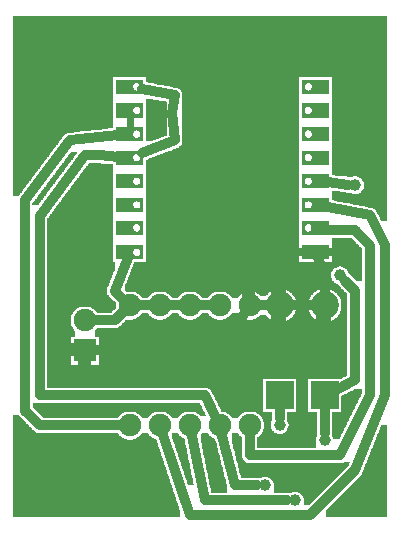
<source format=gtl>
G04 MADE WITH FRITZING*
G04 WWW.FRITZING.ORG*
G04 DOUBLE SIDED*
G04 HOLES PLATED*
G04 CONTOUR ON CENTER OF CONTOUR VECTOR*
%ASAXBY*%
%FSLAX23Y23*%
%MOIN*%
%OFA0B0*%
%SFA1.0B1.0*%
%ADD10C,0.075000*%
%ADD11C,0.039370*%
%ADD12C,0.092000*%
%ADD13R,0.092000X0.092000*%
%ADD14R,0.075000X0.075000*%
%ADD15C,0.032000*%
%ADD16C,0.024000*%
%ADD17R,0.001000X0.001000*%
%LNCOPPER1*%
G90*
G70*
G54D10*
X122Y1633D03*
X118Y225D03*
X1218Y114D03*
X1030Y159D03*
G54D11*
X879Y145D03*
X979Y95D03*
X1078Y295D03*
X928Y346D03*
X1129Y845D03*
X1180Y1145D03*
G54D10*
X629Y345D03*
X629Y745D03*
X429Y345D03*
X429Y745D03*
X729Y745D03*
X729Y345D03*
X829Y345D03*
X829Y745D03*
X529Y345D03*
X529Y745D03*
G54D12*
X1079Y445D03*
X1079Y745D03*
G54D10*
X279Y595D03*
X279Y695D03*
G54D12*
X929Y445D03*
X929Y745D03*
G54D13*
X1079Y445D03*
G54D14*
X279Y595D03*
G54D13*
X929Y445D03*
G54D15*
X854Y145D02*
X779Y145D01*
D02*
X779Y145D02*
X737Y311D01*
D02*
X1179Y195D02*
X1279Y445D01*
D02*
X1229Y1045D02*
X1088Y1072D01*
D02*
X1279Y445D02*
X1279Y945D01*
D02*
X629Y45D02*
X1029Y45D01*
D02*
X1029Y45D02*
X1179Y195D01*
D02*
X1279Y945D02*
X1229Y1045D01*
D02*
X540Y312D02*
X629Y45D01*
D02*
X1078Y320D02*
X1079Y395D01*
D02*
X1079Y395D02*
X1079Y402D01*
D02*
X579Y1295D02*
X468Y1252D01*
D02*
X579Y1445D02*
X571Y1385D01*
D02*
X571Y1385D02*
X579Y1295D01*
D02*
X468Y1466D02*
X579Y1445D01*
D02*
X1049Y1003D02*
X1078Y995D01*
D02*
X928Y371D02*
X928Y402D01*
D02*
X954Y95D02*
X679Y95D01*
D02*
X679Y95D02*
X636Y311D01*
D02*
X279Y1245D02*
X128Y1043D01*
D02*
X679Y445D02*
X714Y375D01*
D02*
X279Y445D02*
X679Y445D01*
D02*
X128Y1043D02*
X129Y445D01*
D02*
X129Y445D02*
X279Y445D01*
D02*
X329Y1245D02*
X279Y1245D01*
D02*
X390Y1240D02*
X329Y1245D01*
D02*
X463Y745D02*
X495Y745D01*
D02*
X563Y745D02*
X595Y745D01*
D02*
X663Y745D02*
X695Y745D01*
D02*
X378Y794D02*
X422Y904D01*
D02*
X404Y768D02*
X378Y794D01*
D02*
X1036Y745D02*
X971Y745D01*
D02*
X886Y745D02*
X863Y745D01*
D02*
X1180Y995D02*
X1228Y944D01*
D02*
X1078Y995D02*
X1180Y995D01*
D02*
X1228Y445D02*
X1129Y245D01*
D02*
X1228Y896D02*
X1228Y944D01*
D02*
X1129Y245D02*
X929Y245D01*
D02*
X1228Y896D02*
X1228Y445D01*
D02*
X1228Y445D02*
X1228Y445D01*
D02*
X829Y245D02*
X829Y310D01*
D02*
X1180Y794D02*
X1179Y495D01*
D02*
X1179Y495D02*
X1117Y464D01*
D02*
X1146Y828D02*
X1180Y794D01*
D02*
X929Y245D02*
X829Y245D01*
D02*
X729Y596D02*
X810Y716D01*
D02*
X313Y595D02*
X729Y596D01*
D02*
X80Y394D02*
X129Y345D01*
D02*
X229Y1295D02*
X79Y1095D01*
D02*
X129Y345D02*
X395Y345D01*
D02*
X390Y1312D02*
X229Y1295D01*
D02*
X79Y1095D02*
X80Y394D01*
D02*
X378Y695D02*
X404Y721D01*
D02*
X313Y695D02*
X378Y695D01*
D02*
X1078Y845D02*
X1056Y904D01*
D02*
X1078Y787D02*
X1078Y845D01*
D02*
X1088Y1155D02*
X1156Y1148D01*
G54D16*
D02*
X429Y1377D02*
X429Y1334D01*
G36*
X484Y1433D02*
X484Y1293D01*
X506Y1293D01*
X506Y1295D01*
X510Y1295D01*
X510Y1297D01*
X516Y1297D01*
X516Y1299D01*
X520Y1299D01*
X520Y1301D01*
X526Y1301D01*
X526Y1303D01*
X532Y1303D01*
X532Y1305D01*
X536Y1305D01*
X536Y1307D01*
X542Y1307D01*
X542Y1309D01*
X546Y1309D01*
X546Y1311D01*
X552Y1311D01*
X552Y1423D01*
X548Y1423D01*
X548Y1425D01*
X536Y1425D01*
X536Y1427D01*
X526Y1427D01*
X526Y1429D01*
X516Y1429D01*
X516Y1431D01*
X506Y1431D01*
X506Y1433D01*
X484Y1433D01*
G37*
D02*
G36*
X232Y1257D02*
X232Y1253D01*
X230Y1253D01*
X230Y1251D01*
X228Y1251D01*
X228Y1249D01*
X226Y1249D01*
X226Y1245D01*
X224Y1245D01*
X224Y1243D01*
X222Y1243D01*
X222Y1241D01*
X220Y1241D01*
X220Y1237D01*
X218Y1237D01*
X218Y1235D01*
X216Y1235D01*
X216Y1233D01*
X214Y1233D01*
X214Y1229D01*
X212Y1229D01*
X212Y1227D01*
X210Y1227D01*
X210Y1225D01*
X208Y1225D01*
X208Y1221D01*
X206Y1221D01*
X206Y1219D01*
X204Y1219D01*
X204Y1217D01*
X202Y1217D01*
X202Y1213D01*
X200Y1213D01*
X200Y1211D01*
X198Y1211D01*
X198Y1209D01*
X196Y1209D01*
X196Y1205D01*
X194Y1205D01*
X194Y1203D01*
X192Y1203D01*
X192Y1201D01*
X190Y1201D01*
X190Y1197D01*
X188Y1197D01*
X188Y1195D01*
X186Y1195D01*
X186Y1193D01*
X184Y1193D01*
X184Y1189D01*
X182Y1189D01*
X182Y1187D01*
X180Y1187D01*
X180Y1185D01*
X178Y1185D01*
X178Y1181D01*
X176Y1181D01*
X176Y1179D01*
X174Y1179D01*
X174Y1177D01*
X172Y1177D01*
X172Y1173D01*
X170Y1173D01*
X170Y1171D01*
X168Y1171D01*
X168Y1169D01*
X166Y1169D01*
X166Y1165D01*
X164Y1165D01*
X164Y1163D01*
X162Y1163D01*
X162Y1161D01*
X160Y1161D01*
X160Y1157D01*
X158Y1157D01*
X158Y1155D01*
X156Y1155D01*
X156Y1153D01*
X154Y1153D01*
X154Y1149D01*
X152Y1149D01*
X152Y1147D01*
X150Y1147D01*
X150Y1145D01*
X148Y1145D01*
X148Y1141D01*
X146Y1141D01*
X146Y1139D01*
X144Y1139D01*
X144Y1137D01*
X142Y1137D01*
X142Y1133D01*
X140Y1133D01*
X140Y1131D01*
X138Y1131D01*
X138Y1129D01*
X136Y1129D01*
X136Y1125D01*
X134Y1125D01*
X134Y1123D01*
X132Y1123D01*
X132Y1121D01*
X130Y1121D01*
X130Y1117D01*
X128Y1117D01*
X128Y1115D01*
X126Y1115D01*
X126Y1113D01*
X124Y1113D01*
X124Y1109D01*
X122Y1109D01*
X122Y1107D01*
X120Y1107D01*
X120Y1105D01*
X118Y1105D01*
X118Y1101D01*
X116Y1101D01*
X116Y1099D01*
X114Y1099D01*
X114Y1097D01*
X112Y1097D01*
X112Y1093D01*
X110Y1093D01*
X110Y1091D01*
X108Y1091D01*
X108Y1089D01*
X106Y1089D01*
X106Y1085D01*
X104Y1085D01*
X104Y1079D01*
X124Y1079D01*
X124Y1081D01*
X126Y1081D01*
X126Y1085D01*
X128Y1085D01*
X128Y1087D01*
X130Y1087D01*
X130Y1089D01*
X132Y1089D01*
X132Y1093D01*
X134Y1093D01*
X134Y1095D01*
X136Y1095D01*
X136Y1097D01*
X138Y1097D01*
X138Y1101D01*
X140Y1101D01*
X140Y1103D01*
X142Y1103D01*
X142Y1105D01*
X144Y1105D01*
X144Y1109D01*
X146Y1109D01*
X146Y1111D01*
X148Y1111D01*
X148Y1115D01*
X150Y1115D01*
X150Y1117D01*
X152Y1117D01*
X152Y1119D01*
X154Y1119D01*
X154Y1123D01*
X156Y1123D01*
X156Y1125D01*
X158Y1125D01*
X158Y1127D01*
X160Y1127D01*
X160Y1131D01*
X162Y1131D01*
X162Y1133D01*
X164Y1133D01*
X164Y1135D01*
X166Y1135D01*
X166Y1139D01*
X168Y1139D01*
X168Y1141D01*
X170Y1141D01*
X170Y1143D01*
X172Y1143D01*
X172Y1147D01*
X174Y1147D01*
X174Y1149D01*
X176Y1149D01*
X176Y1151D01*
X178Y1151D01*
X178Y1155D01*
X180Y1155D01*
X180Y1157D01*
X182Y1157D01*
X182Y1159D01*
X184Y1159D01*
X184Y1163D01*
X186Y1163D01*
X186Y1165D01*
X188Y1165D01*
X188Y1167D01*
X190Y1167D01*
X190Y1171D01*
X192Y1171D01*
X192Y1173D01*
X194Y1173D01*
X194Y1175D01*
X196Y1175D01*
X196Y1179D01*
X198Y1179D01*
X198Y1181D01*
X200Y1181D01*
X200Y1183D01*
X202Y1183D01*
X202Y1187D01*
X204Y1187D01*
X204Y1189D01*
X206Y1189D01*
X206Y1191D01*
X208Y1191D01*
X208Y1195D01*
X210Y1195D01*
X210Y1197D01*
X212Y1197D01*
X212Y1199D01*
X214Y1199D01*
X214Y1203D01*
X216Y1203D01*
X216Y1205D01*
X218Y1205D01*
X218Y1207D01*
X220Y1207D01*
X220Y1211D01*
X222Y1211D01*
X222Y1213D01*
X224Y1213D01*
X224Y1215D01*
X226Y1215D01*
X226Y1219D01*
X228Y1219D01*
X228Y1221D01*
X230Y1221D01*
X230Y1223D01*
X232Y1223D01*
X232Y1227D01*
X234Y1227D01*
X234Y1229D01*
X236Y1229D01*
X236Y1231D01*
X238Y1231D01*
X238Y1235D01*
X240Y1235D01*
X240Y1237D01*
X242Y1237D01*
X242Y1239D01*
X244Y1239D01*
X244Y1243D01*
X246Y1243D01*
X246Y1245D01*
X248Y1245D01*
X248Y1247D01*
X250Y1247D01*
X250Y1251D01*
X252Y1251D01*
X252Y1257D01*
X232Y1257D01*
G37*
D02*
G36*
X40Y1711D02*
X40Y1507D01*
X1104Y1507D01*
X1104Y1179D01*
X1112Y1179D01*
X1112Y1177D01*
X1132Y1177D01*
X1132Y1175D01*
X1186Y1175D01*
X1186Y1173D01*
X1192Y1173D01*
X1192Y1171D01*
X1196Y1171D01*
X1196Y1169D01*
X1198Y1169D01*
X1198Y1167D01*
X1200Y1167D01*
X1200Y1165D01*
X1202Y1165D01*
X1202Y1163D01*
X1204Y1163D01*
X1204Y1161D01*
X1206Y1161D01*
X1206Y1157D01*
X1208Y1157D01*
X1208Y1151D01*
X1210Y1151D01*
X1210Y1139D01*
X1208Y1139D01*
X1208Y1133D01*
X1206Y1133D01*
X1206Y1129D01*
X1204Y1129D01*
X1204Y1127D01*
X1202Y1127D01*
X1202Y1125D01*
X1200Y1125D01*
X1200Y1123D01*
X1198Y1123D01*
X1198Y1121D01*
X1196Y1121D01*
X1196Y1119D01*
X1192Y1119D01*
X1192Y1117D01*
X1184Y1117D01*
X1184Y1115D01*
X1286Y1115D01*
X1286Y1711D01*
X40Y1711D01*
G37*
D02*
G36*
X40Y1507D02*
X40Y1111D01*
X60Y1111D01*
X60Y1113D01*
X62Y1113D01*
X62Y1117D01*
X64Y1117D01*
X64Y1119D01*
X66Y1119D01*
X66Y1121D01*
X68Y1121D01*
X68Y1125D01*
X70Y1125D01*
X70Y1127D01*
X72Y1127D01*
X72Y1129D01*
X74Y1129D01*
X74Y1133D01*
X76Y1133D01*
X76Y1135D01*
X78Y1135D01*
X78Y1137D01*
X80Y1137D01*
X80Y1141D01*
X82Y1141D01*
X82Y1143D01*
X84Y1143D01*
X84Y1145D01*
X86Y1145D01*
X86Y1149D01*
X88Y1149D01*
X88Y1151D01*
X90Y1151D01*
X90Y1153D01*
X92Y1153D01*
X92Y1157D01*
X94Y1157D01*
X94Y1159D01*
X96Y1159D01*
X96Y1161D01*
X98Y1161D01*
X98Y1165D01*
X100Y1165D01*
X100Y1167D01*
X102Y1167D01*
X102Y1169D01*
X104Y1169D01*
X104Y1173D01*
X106Y1173D01*
X106Y1175D01*
X108Y1175D01*
X108Y1177D01*
X110Y1177D01*
X110Y1181D01*
X112Y1181D01*
X112Y1183D01*
X114Y1183D01*
X114Y1185D01*
X116Y1185D01*
X116Y1189D01*
X118Y1189D01*
X118Y1191D01*
X120Y1191D01*
X120Y1193D01*
X122Y1193D01*
X122Y1197D01*
X124Y1197D01*
X124Y1199D01*
X126Y1199D01*
X126Y1201D01*
X128Y1201D01*
X128Y1205D01*
X130Y1205D01*
X130Y1207D01*
X132Y1207D01*
X132Y1209D01*
X134Y1209D01*
X134Y1213D01*
X136Y1213D01*
X136Y1215D01*
X138Y1215D01*
X138Y1217D01*
X140Y1217D01*
X140Y1221D01*
X142Y1221D01*
X142Y1223D01*
X144Y1223D01*
X144Y1225D01*
X146Y1225D01*
X146Y1229D01*
X148Y1229D01*
X148Y1231D01*
X150Y1231D01*
X150Y1233D01*
X152Y1233D01*
X152Y1237D01*
X154Y1237D01*
X154Y1239D01*
X156Y1239D01*
X156Y1241D01*
X158Y1241D01*
X158Y1245D01*
X160Y1245D01*
X160Y1247D01*
X162Y1247D01*
X162Y1249D01*
X164Y1249D01*
X164Y1253D01*
X166Y1253D01*
X166Y1255D01*
X168Y1255D01*
X168Y1257D01*
X170Y1257D01*
X170Y1261D01*
X172Y1261D01*
X172Y1263D01*
X174Y1263D01*
X174Y1265D01*
X176Y1265D01*
X176Y1269D01*
X178Y1269D01*
X178Y1271D01*
X180Y1271D01*
X180Y1273D01*
X182Y1273D01*
X182Y1277D01*
X184Y1277D01*
X184Y1279D01*
X186Y1279D01*
X186Y1281D01*
X188Y1281D01*
X188Y1285D01*
X190Y1285D01*
X190Y1287D01*
X192Y1287D01*
X192Y1289D01*
X194Y1289D01*
X194Y1293D01*
X196Y1293D01*
X196Y1295D01*
X198Y1295D01*
X198Y1297D01*
X200Y1297D01*
X200Y1301D01*
X202Y1301D01*
X202Y1303D01*
X204Y1303D01*
X204Y1305D01*
X206Y1305D01*
X206Y1309D01*
X208Y1309D01*
X208Y1311D01*
X210Y1311D01*
X210Y1313D01*
X212Y1313D01*
X212Y1315D01*
X214Y1315D01*
X214Y1317D01*
X218Y1317D01*
X218Y1319D01*
X224Y1319D01*
X224Y1321D01*
X242Y1321D01*
X242Y1323D01*
X262Y1323D01*
X262Y1325D01*
X280Y1325D01*
X280Y1327D01*
X300Y1327D01*
X300Y1329D01*
X318Y1329D01*
X318Y1331D01*
X336Y1331D01*
X336Y1333D01*
X356Y1333D01*
X356Y1335D01*
X374Y1335D01*
X374Y1507D01*
X40Y1507D01*
G37*
D02*
G36*
X484Y1507D02*
X484Y1489D01*
X490Y1489D01*
X490Y1487D01*
X500Y1487D01*
X500Y1485D01*
X510Y1485D01*
X510Y1483D01*
X520Y1483D01*
X520Y1481D01*
X532Y1481D01*
X532Y1479D01*
X542Y1479D01*
X542Y1477D01*
X552Y1477D01*
X552Y1475D01*
X562Y1475D01*
X562Y1473D01*
X572Y1473D01*
X572Y1471D01*
X584Y1471D01*
X584Y1469D01*
X590Y1469D01*
X590Y1467D01*
X594Y1467D01*
X594Y1465D01*
X596Y1465D01*
X596Y1463D01*
X598Y1463D01*
X598Y1461D01*
X600Y1461D01*
X600Y1457D01*
X602Y1457D01*
X602Y1453D01*
X604Y1453D01*
X604Y1285D01*
X602Y1285D01*
X602Y1281D01*
X600Y1281D01*
X600Y1279D01*
X598Y1279D01*
X598Y1275D01*
X594Y1275D01*
X594Y1273D01*
X592Y1273D01*
X592Y1271D01*
X588Y1271D01*
X588Y1269D01*
X582Y1269D01*
X582Y1267D01*
X578Y1267D01*
X578Y1265D01*
X572Y1265D01*
X572Y1263D01*
X568Y1263D01*
X568Y1261D01*
X562Y1261D01*
X562Y1259D01*
X556Y1259D01*
X556Y1257D01*
X552Y1257D01*
X552Y1255D01*
X546Y1255D01*
X546Y1253D01*
X540Y1253D01*
X540Y1251D01*
X536Y1251D01*
X536Y1249D01*
X530Y1249D01*
X530Y1247D01*
X526Y1247D01*
X526Y1245D01*
X520Y1245D01*
X520Y1243D01*
X514Y1243D01*
X514Y1241D01*
X510Y1241D01*
X510Y1239D01*
X504Y1239D01*
X504Y1237D01*
X500Y1237D01*
X500Y1235D01*
X494Y1235D01*
X494Y1233D01*
X488Y1233D01*
X488Y1231D01*
X484Y1231D01*
X484Y889D01*
X994Y889D01*
X994Y1507D01*
X484Y1507D01*
G37*
D02*
G36*
X292Y1219D02*
X292Y1217D01*
X290Y1217D01*
X290Y1215D01*
X288Y1215D01*
X288Y1211D01*
X286Y1211D01*
X286Y1209D01*
X284Y1209D01*
X284Y1207D01*
X282Y1207D01*
X282Y1203D01*
X280Y1203D01*
X280Y1201D01*
X278Y1201D01*
X278Y1199D01*
X276Y1199D01*
X276Y1195D01*
X274Y1195D01*
X274Y1193D01*
X272Y1193D01*
X272Y1191D01*
X270Y1191D01*
X270Y1187D01*
X268Y1187D01*
X268Y1185D01*
X266Y1185D01*
X266Y1183D01*
X264Y1183D01*
X264Y1179D01*
X262Y1179D01*
X262Y1177D01*
X260Y1177D01*
X260Y1175D01*
X258Y1175D01*
X258Y1171D01*
X256Y1171D01*
X256Y1169D01*
X254Y1169D01*
X254Y1167D01*
X252Y1167D01*
X252Y1163D01*
X250Y1163D01*
X250Y1161D01*
X248Y1161D01*
X248Y1159D01*
X246Y1159D01*
X246Y1155D01*
X244Y1155D01*
X244Y1153D01*
X242Y1153D01*
X242Y1151D01*
X240Y1151D01*
X240Y1147D01*
X238Y1147D01*
X238Y1145D01*
X236Y1145D01*
X236Y1143D01*
X234Y1143D01*
X234Y1139D01*
X232Y1139D01*
X232Y1137D01*
X230Y1137D01*
X230Y1135D01*
X228Y1135D01*
X228Y1131D01*
X226Y1131D01*
X226Y1129D01*
X224Y1129D01*
X224Y1127D01*
X222Y1127D01*
X222Y1123D01*
X220Y1123D01*
X220Y1121D01*
X218Y1121D01*
X218Y1119D01*
X216Y1119D01*
X216Y1115D01*
X214Y1115D01*
X214Y1113D01*
X212Y1113D01*
X212Y1111D01*
X210Y1111D01*
X210Y1107D01*
X208Y1107D01*
X208Y1105D01*
X206Y1105D01*
X206Y1103D01*
X204Y1103D01*
X204Y1099D01*
X202Y1099D01*
X202Y1097D01*
X200Y1097D01*
X200Y1095D01*
X198Y1095D01*
X198Y1091D01*
X196Y1091D01*
X196Y1089D01*
X194Y1089D01*
X194Y1087D01*
X192Y1087D01*
X192Y1083D01*
X190Y1083D01*
X190Y1081D01*
X188Y1081D01*
X188Y1079D01*
X186Y1079D01*
X186Y1075D01*
X184Y1075D01*
X184Y1073D01*
X182Y1073D01*
X182Y1069D01*
X180Y1069D01*
X180Y1067D01*
X178Y1067D01*
X178Y1065D01*
X176Y1065D01*
X176Y1061D01*
X174Y1061D01*
X174Y1059D01*
X172Y1059D01*
X172Y1057D01*
X170Y1057D01*
X170Y1053D01*
X168Y1053D01*
X168Y1051D01*
X166Y1051D01*
X166Y1049D01*
X164Y1049D01*
X164Y1045D01*
X162Y1045D01*
X162Y1043D01*
X160Y1043D01*
X160Y1041D01*
X158Y1041D01*
X158Y1037D01*
X156Y1037D01*
X156Y1035D01*
X154Y1035D01*
X154Y741D01*
X292Y741D01*
X292Y739D01*
X298Y739D01*
X298Y737D01*
X302Y737D01*
X302Y735D01*
X304Y735D01*
X304Y733D01*
X308Y733D01*
X308Y731D01*
X310Y731D01*
X310Y729D01*
X312Y729D01*
X312Y727D01*
X314Y727D01*
X314Y725D01*
X316Y725D01*
X316Y723D01*
X318Y723D01*
X318Y721D01*
X368Y721D01*
X368Y723D01*
X370Y723D01*
X370Y725D01*
X372Y725D01*
X372Y727D01*
X374Y727D01*
X374Y729D01*
X376Y729D01*
X376Y731D01*
X378Y731D01*
X378Y733D01*
X382Y733D01*
X382Y755D01*
X380Y755D01*
X380Y757D01*
X378Y757D01*
X378Y759D01*
X376Y759D01*
X376Y761D01*
X374Y761D01*
X374Y763D01*
X370Y763D01*
X370Y765D01*
X368Y765D01*
X368Y767D01*
X366Y767D01*
X366Y769D01*
X364Y769D01*
X364Y771D01*
X362Y771D01*
X362Y773D01*
X360Y773D01*
X360Y775D01*
X358Y775D01*
X358Y779D01*
X356Y779D01*
X356Y781D01*
X354Y781D01*
X354Y785D01*
X352Y785D01*
X352Y801D01*
X354Y801D01*
X354Y807D01*
X356Y807D01*
X356Y811D01*
X358Y811D01*
X358Y817D01*
X360Y817D01*
X360Y821D01*
X362Y821D01*
X362Y827D01*
X364Y827D01*
X364Y831D01*
X366Y831D01*
X366Y837D01*
X368Y837D01*
X368Y841D01*
X370Y841D01*
X370Y847D01*
X372Y847D01*
X372Y851D01*
X374Y851D01*
X374Y857D01*
X376Y857D01*
X376Y861D01*
X378Y861D01*
X378Y867D01*
X380Y867D01*
X380Y889D01*
X374Y889D01*
X374Y1215D01*
X360Y1215D01*
X360Y1217D01*
X332Y1217D01*
X332Y1219D01*
X292Y1219D01*
G37*
D02*
G36*
X1152Y1175D02*
X1152Y1173D01*
X1174Y1173D01*
X1174Y1175D01*
X1152Y1175D01*
G37*
D02*
G36*
X1104Y1125D02*
X1104Y1115D01*
X1176Y1115D01*
X1176Y1117D01*
X1168Y1117D01*
X1168Y1119D01*
X1164Y1119D01*
X1164Y1121D01*
X1150Y1121D01*
X1150Y1123D01*
X1130Y1123D01*
X1130Y1125D01*
X1104Y1125D01*
G37*
D02*
G36*
X1104Y1115D02*
X1104Y1113D01*
X1286Y1113D01*
X1286Y1115D01*
X1104Y1115D01*
G37*
D02*
G36*
X1104Y1115D02*
X1104Y1113D01*
X1286Y1113D01*
X1286Y1115D01*
X1104Y1115D01*
G37*
D02*
G36*
X1104Y1113D02*
X1104Y1095D01*
X1110Y1095D01*
X1110Y1093D01*
X1120Y1093D01*
X1120Y1091D01*
X1130Y1091D01*
X1130Y1089D01*
X1140Y1089D01*
X1140Y1087D01*
X1152Y1087D01*
X1152Y1085D01*
X1162Y1085D01*
X1162Y1083D01*
X1172Y1083D01*
X1172Y1081D01*
X1182Y1081D01*
X1182Y1079D01*
X1192Y1079D01*
X1192Y1077D01*
X1202Y1077D01*
X1202Y1075D01*
X1212Y1075D01*
X1212Y1073D01*
X1222Y1073D01*
X1222Y1071D01*
X1234Y1071D01*
X1234Y1069D01*
X1240Y1069D01*
X1240Y1067D01*
X1244Y1067D01*
X1244Y1065D01*
X1246Y1065D01*
X1246Y1063D01*
X1248Y1063D01*
X1248Y1061D01*
X1250Y1061D01*
X1250Y1057D01*
X1252Y1057D01*
X1252Y1055D01*
X1254Y1055D01*
X1254Y1051D01*
X1256Y1051D01*
X1256Y1047D01*
X1258Y1047D01*
X1258Y1043D01*
X1260Y1043D01*
X1260Y1039D01*
X1262Y1039D01*
X1262Y1035D01*
X1264Y1035D01*
X1264Y1031D01*
X1266Y1031D01*
X1266Y1027D01*
X1286Y1027D01*
X1286Y1113D01*
X1104Y1113D01*
G37*
D02*
G36*
X1104Y969D02*
X1104Y889D01*
X1202Y889D01*
X1202Y935D01*
X1200Y935D01*
X1200Y937D01*
X1198Y937D01*
X1198Y939D01*
X1196Y939D01*
X1196Y941D01*
X1194Y941D01*
X1194Y943D01*
X1192Y943D01*
X1192Y945D01*
X1190Y945D01*
X1190Y947D01*
X1188Y947D01*
X1188Y949D01*
X1186Y949D01*
X1186Y951D01*
X1184Y951D01*
X1184Y953D01*
X1182Y953D01*
X1182Y955D01*
X1180Y955D01*
X1180Y957D01*
X1178Y957D01*
X1178Y961D01*
X1176Y961D01*
X1176Y963D01*
X1174Y963D01*
X1174Y965D01*
X1172Y965D01*
X1172Y967D01*
X1170Y967D01*
X1170Y969D01*
X1104Y969D01*
G37*
D02*
G36*
X444Y889D02*
X444Y887D01*
X1202Y887D01*
X1202Y889D01*
X444Y889D01*
G37*
D02*
G36*
X444Y889D02*
X444Y887D01*
X1202Y887D01*
X1202Y889D01*
X444Y889D01*
G37*
D02*
G36*
X442Y887D02*
X442Y883D01*
X440Y883D01*
X440Y877D01*
X438Y877D01*
X438Y875D01*
X1132Y875D01*
X1132Y873D01*
X1140Y873D01*
X1140Y871D01*
X1144Y871D01*
X1144Y869D01*
X1146Y869D01*
X1146Y867D01*
X1150Y867D01*
X1150Y865D01*
X1152Y865D01*
X1152Y861D01*
X1154Y861D01*
X1154Y859D01*
X1156Y859D01*
X1156Y853D01*
X1158Y853D01*
X1158Y849D01*
X1162Y849D01*
X1162Y847D01*
X1164Y847D01*
X1164Y845D01*
X1166Y845D01*
X1166Y843D01*
X1168Y843D01*
X1168Y841D01*
X1170Y841D01*
X1170Y839D01*
X1172Y839D01*
X1172Y837D01*
X1174Y837D01*
X1174Y835D01*
X1176Y835D01*
X1176Y833D01*
X1178Y833D01*
X1178Y831D01*
X1180Y831D01*
X1180Y829D01*
X1182Y829D01*
X1182Y827D01*
X1202Y827D01*
X1202Y887D01*
X442Y887D01*
G37*
D02*
G36*
X438Y875D02*
X438Y873D01*
X436Y873D01*
X436Y867D01*
X434Y867D01*
X434Y861D01*
X432Y861D01*
X432Y857D01*
X430Y857D01*
X430Y851D01*
X428Y851D01*
X428Y847D01*
X426Y847D01*
X426Y841D01*
X424Y841D01*
X424Y837D01*
X422Y837D01*
X422Y831D01*
X420Y831D01*
X420Y827D01*
X418Y827D01*
X418Y821D01*
X416Y821D01*
X416Y817D01*
X414Y817D01*
X414Y801D01*
X1084Y801D01*
X1084Y799D01*
X1094Y799D01*
X1094Y797D01*
X1100Y797D01*
X1100Y795D01*
X1104Y795D01*
X1104Y793D01*
X1108Y793D01*
X1108Y791D01*
X1110Y791D01*
X1110Y789D01*
X1114Y789D01*
X1114Y787D01*
X1116Y787D01*
X1116Y785D01*
X1118Y785D01*
X1118Y783D01*
X1120Y783D01*
X1120Y781D01*
X1122Y781D01*
X1122Y779D01*
X1124Y779D01*
X1124Y775D01*
X1126Y775D01*
X1126Y773D01*
X1128Y773D01*
X1128Y769D01*
X1130Y769D01*
X1130Y765D01*
X1132Y765D01*
X1132Y757D01*
X1134Y757D01*
X1134Y731D01*
X1132Y731D01*
X1132Y725D01*
X1130Y725D01*
X1130Y719D01*
X1128Y719D01*
X1128Y717D01*
X1126Y717D01*
X1126Y713D01*
X1124Y713D01*
X1124Y711D01*
X1122Y711D01*
X1122Y707D01*
X1120Y707D01*
X1120Y705D01*
X1118Y705D01*
X1118Y703D01*
X1114Y703D01*
X1114Y701D01*
X1112Y701D01*
X1112Y699D01*
X1110Y699D01*
X1110Y697D01*
X1106Y697D01*
X1106Y695D01*
X1104Y695D01*
X1104Y693D01*
X1098Y693D01*
X1098Y691D01*
X1092Y691D01*
X1092Y689D01*
X1154Y689D01*
X1154Y783D01*
X1152Y783D01*
X1152Y785D01*
X1150Y785D01*
X1150Y787D01*
X1148Y787D01*
X1148Y789D01*
X1146Y789D01*
X1146Y791D01*
X1144Y791D01*
X1144Y793D01*
X1142Y793D01*
X1142Y795D01*
X1140Y795D01*
X1140Y797D01*
X1138Y797D01*
X1138Y799D01*
X1136Y799D01*
X1136Y801D01*
X1134Y801D01*
X1134Y803D01*
X1132Y803D01*
X1132Y805D01*
X1130Y805D01*
X1130Y807D01*
X1128Y807D01*
X1128Y811D01*
X1126Y811D01*
X1126Y813D01*
X1124Y813D01*
X1124Y815D01*
X1122Y815D01*
X1122Y817D01*
X1116Y817D01*
X1116Y819D01*
X1112Y819D01*
X1112Y821D01*
X1110Y821D01*
X1110Y823D01*
X1108Y823D01*
X1108Y825D01*
X1106Y825D01*
X1106Y827D01*
X1104Y827D01*
X1104Y831D01*
X1102Y831D01*
X1102Y835D01*
X1100Y835D01*
X1100Y855D01*
X1102Y855D01*
X1102Y859D01*
X1104Y859D01*
X1104Y861D01*
X1106Y861D01*
X1106Y865D01*
X1108Y865D01*
X1108Y867D01*
X1110Y867D01*
X1110Y869D01*
X1114Y869D01*
X1114Y871D01*
X1118Y871D01*
X1118Y873D01*
X1126Y873D01*
X1126Y875D01*
X438Y875D01*
G37*
D02*
G36*
X414Y801D02*
X414Y793D01*
X416Y793D01*
X416Y791D01*
X842Y791D01*
X842Y789D01*
X848Y789D01*
X848Y787D01*
X852Y787D01*
X852Y785D01*
X854Y785D01*
X854Y783D01*
X858Y783D01*
X858Y781D01*
X860Y781D01*
X860Y779D01*
X862Y779D01*
X862Y777D01*
X884Y777D01*
X884Y779D01*
X886Y779D01*
X886Y781D01*
X888Y781D01*
X888Y783D01*
X890Y783D01*
X890Y785D01*
X892Y785D01*
X892Y787D01*
X894Y787D01*
X894Y789D01*
X896Y789D01*
X896Y791D01*
X900Y791D01*
X900Y793D01*
X902Y793D01*
X902Y795D01*
X908Y795D01*
X908Y797D01*
X912Y797D01*
X912Y799D01*
X924Y799D01*
X924Y801D01*
X414Y801D01*
G37*
D02*
G36*
X934Y801D02*
X934Y799D01*
X944Y799D01*
X944Y797D01*
X950Y797D01*
X950Y795D01*
X954Y795D01*
X954Y793D01*
X958Y793D01*
X958Y791D01*
X960Y791D01*
X960Y789D01*
X964Y789D01*
X964Y787D01*
X966Y787D01*
X966Y785D01*
X968Y785D01*
X968Y783D01*
X970Y783D01*
X970Y781D01*
X972Y781D01*
X972Y779D01*
X974Y779D01*
X974Y775D01*
X976Y775D01*
X976Y773D01*
X978Y773D01*
X978Y769D01*
X980Y769D01*
X980Y765D01*
X982Y765D01*
X982Y757D01*
X984Y757D01*
X984Y731D01*
X982Y731D01*
X982Y725D01*
X980Y725D01*
X980Y719D01*
X978Y719D01*
X978Y717D01*
X976Y717D01*
X976Y713D01*
X974Y713D01*
X974Y711D01*
X972Y711D01*
X972Y707D01*
X970Y707D01*
X970Y705D01*
X968Y705D01*
X968Y703D01*
X964Y703D01*
X964Y701D01*
X962Y701D01*
X962Y699D01*
X960Y699D01*
X960Y697D01*
X956Y697D01*
X956Y695D01*
X954Y695D01*
X954Y693D01*
X948Y693D01*
X948Y691D01*
X942Y691D01*
X942Y689D01*
X1066Y689D01*
X1066Y691D01*
X1060Y691D01*
X1060Y693D01*
X1054Y693D01*
X1054Y695D01*
X1050Y695D01*
X1050Y697D01*
X1048Y697D01*
X1048Y699D01*
X1046Y699D01*
X1046Y701D01*
X1042Y701D01*
X1042Y703D01*
X1040Y703D01*
X1040Y705D01*
X1038Y705D01*
X1038Y707D01*
X1036Y707D01*
X1036Y709D01*
X1034Y709D01*
X1034Y713D01*
X1032Y713D01*
X1032Y715D01*
X1030Y715D01*
X1030Y719D01*
X1028Y719D01*
X1028Y723D01*
X1026Y723D01*
X1026Y729D01*
X1024Y729D01*
X1024Y741D01*
X1022Y741D01*
X1022Y747D01*
X1024Y747D01*
X1024Y759D01*
X1026Y759D01*
X1026Y765D01*
X1028Y765D01*
X1028Y769D01*
X1030Y769D01*
X1030Y773D01*
X1032Y773D01*
X1032Y777D01*
X1034Y777D01*
X1034Y779D01*
X1036Y779D01*
X1036Y781D01*
X1038Y781D01*
X1038Y783D01*
X1040Y783D01*
X1040Y785D01*
X1042Y785D01*
X1042Y787D01*
X1044Y787D01*
X1044Y789D01*
X1046Y789D01*
X1046Y791D01*
X1050Y791D01*
X1050Y793D01*
X1052Y793D01*
X1052Y795D01*
X1058Y795D01*
X1058Y797D01*
X1062Y797D01*
X1062Y799D01*
X1074Y799D01*
X1074Y801D01*
X934Y801D01*
G37*
D02*
G36*
X442Y791D02*
X442Y789D01*
X448Y789D01*
X448Y787D01*
X452Y787D01*
X452Y785D01*
X454Y785D01*
X454Y783D01*
X458Y783D01*
X458Y781D01*
X460Y781D01*
X460Y779D01*
X462Y779D01*
X462Y777D01*
X464Y777D01*
X464Y775D01*
X466Y775D01*
X466Y773D01*
X468Y773D01*
X468Y771D01*
X490Y771D01*
X490Y773D01*
X492Y773D01*
X492Y775D01*
X494Y775D01*
X494Y777D01*
X496Y777D01*
X496Y779D01*
X498Y779D01*
X498Y781D01*
X500Y781D01*
X500Y783D01*
X502Y783D01*
X502Y785D01*
X506Y785D01*
X506Y787D01*
X510Y787D01*
X510Y789D01*
X516Y789D01*
X516Y791D01*
X442Y791D01*
G37*
D02*
G36*
X542Y791D02*
X542Y789D01*
X548Y789D01*
X548Y787D01*
X552Y787D01*
X552Y785D01*
X554Y785D01*
X554Y783D01*
X558Y783D01*
X558Y781D01*
X560Y781D01*
X560Y779D01*
X562Y779D01*
X562Y777D01*
X564Y777D01*
X564Y775D01*
X566Y775D01*
X566Y773D01*
X568Y773D01*
X568Y771D01*
X590Y771D01*
X590Y773D01*
X592Y773D01*
X592Y775D01*
X594Y775D01*
X594Y777D01*
X596Y777D01*
X596Y779D01*
X598Y779D01*
X598Y781D01*
X600Y781D01*
X600Y783D01*
X602Y783D01*
X602Y785D01*
X606Y785D01*
X606Y787D01*
X610Y787D01*
X610Y789D01*
X616Y789D01*
X616Y791D01*
X542Y791D01*
G37*
D02*
G36*
X642Y791D02*
X642Y789D01*
X648Y789D01*
X648Y787D01*
X652Y787D01*
X652Y785D01*
X654Y785D01*
X654Y783D01*
X658Y783D01*
X658Y781D01*
X660Y781D01*
X660Y779D01*
X662Y779D01*
X662Y777D01*
X664Y777D01*
X664Y775D01*
X666Y775D01*
X666Y773D01*
X668Y773D01*
X668Y771D01*
X690Y771D01*
X690Y773D01*
X692Y773D01*
X692Y775D01*
X694Y775D01*
X694Y777D01*
X696Y777D01*
X696Y779D01*
X698Y779D01*
X698Y781D01*
X700Y781D01*
X700Y783D01*
X702Y783D01*
X702Y785D01*
X706Y785D01*
X706Y787D01*
X710Y787D01*
X710Y789D01*
X716Y789D01*
X716Y791D01*
X642Y791D01*
G37*
D02*
G36*
X742Y791D02*
X742Y789D01*
X748Y789D01*
X748Y787D01*
X752Y787D01*
X752Y785D01*
X754Y785D01*
X754Y783D01*
X758Y783D01*
X758Y781D01*
X760Y781D01*
X760Y779D01*
X762Y779D01*
X762Y777D01*
X764Y777D01*
X764Y775D01*
X766Y775D01*
X766Y773D01*
X768Y773D01*
X768Y769D01*
X790Y769D01*
X790Y773D01*
X792Y773D01*
X792Y775D01*
X794Y775D01*
X794Y777D01*
X796Y777D01*
X796Y779D01*
X798Y779D01*
X798Y781D01*
X800Y781D01*
X800Y783D01*
X802Y783D01*
X802Y785D01*
X806Y785D01*
X806Y787D01*
X810Y787D01*
X810Y789D01*
X816Y789D01*
X816Y791D01*
X742Y791D01*
G37*
D02*
G36*
X154Y741D02*
X154Y547D01*
X232Y547D01*
X232Y641D01*
X246Y641D01*
X246Y661D01*
X244Y661D01*
X244Y663D01*
X242Y663D01*
X242Y667D01*
X240Y667D01*
X240Y669D01*
X238Y669D01*
X238Y673D01*
X236Y673D01*
X236Y677D01*
X234Y677D01*
X234Y683D01*
X232Y683D01*
X232Y705D01*
X234Y705D01*
X234Y713D01*
X236Y713D01*
X236Y717D01*
X238Y717D01*
X238Y719D01*
X240Y719D01*
X240Y723D01*
X242Y723D01*
X242Y725D01*
X244Y725D01*
X244Y727D01*
X246Y727D01*
X246Y729D01*
X248Y729D01*
X248Y731D01*
X250Y731D01*
X250Y733D01*
X252Y733D01*
X252Y735D01*
X256Y735D01*
X256Y737D01*
X260Y737D01*
X260Y739D01*
X266Y739D01*
X266Y741D01*
X154Y741D01*
G37*
D02*
G36*
X468Y719D02*
X468Y717D01*
X466Y717D01*
X466Y713D01*
X464Y713D01*
X464Y711D01*
X462Y711D01*
X462Y709D01*
X458Y709D01*
X458Y707D01*
X456Y707D01*
X456Y705D01*
X454Y705D01*
X454Y703D01*
X450Y703D01*
X450Y701D01*
X446Y701D01*
X446Y699D01*
X438Y699D01*
X438Y697D01*
X520Y697D01*
X520Y699D01*
X512Y699D01*
X512Y701D01*
X508Y701D01*
X508Y703D01*
X504Y703D01*
X504Y705D01*
X502Y705D01*
X502Y707D01*
X498Y707D01*
X498Y709D01*
X496Y709D01*
X496Y711D01*
X494Y711D01*
X494Y713D01*
X492Y713D01*
X492Y717D01*
X490Y717D01*
X490Y719D01*
X468Y719D01*
G37*
D02*
G36*
X568Y719D02*
X568Y717D01*
X566Y717D01*
X566Y713D01*
X564Y713D01*
X564Y711D01*
X562Y711D01*
X562Y709D01*
X558Y709D01*
X558Y707D01*
X556Y707D01*
X556Y705D01*
X554Y705D01*
X554Y703D01*
X550Y703D01*
X550Y701D01*
X546Y701D01*
X546Y699D01*
X538Y699D01*
X538Y697D01*
X620Y697D01*
X620Y699D01*
X612Y699D01*
X612Y701D01*
X608Y701D01*
X608Y703D01*
X604Y703D01*
X604Y705D01*
X602Y705D01*
X602Y707D01*
X598Y707D01*
X598Y709D01*
X596Y709D01*
X596Y711D01*
X594Y711D01*
X594Y713D01*
X592Y713D01*
X592Y717D01*
X590Y717D01*
X590Y719D01*
X568Y719D01*
G37*
D02*
G36*
X668Y719D02*
X668Y717D01*
X666Y717D01*
X666Y713D01*
X664Y713D01*
X664Y711D01*
X662Y711D01*
X662Y709D01*
X658Y709D01*
X658Y707D01*
X656Y707D01*
X656Y705D01*
X654Y705D01*
X654Y703D01*
X650Y703D01*
X650Y701D01*
X646Y701D01*
X646Y699D01*
X638Y699D01*
X638Y697D01*
X720Y697D01*
X720Y699D01*
X712Y699D01*
X712Y701D01*
X708Y701D01*
X708Y703D01*
X704Y703D01*
X704Y705D01*
X702Y705D01*
X702Y707D01*
X698Y707D01*
X698Y709D01*
X696Y709D01*
X696Y711D01*
X694Y711D01*
X694Y713D01*
X692Y713D01*
X692Y717D01*
X690Y717D01*
X690Y719D01*
X668Y719D01*
G37*
D02*
G36*
X768Y719D02*
X768Y717D01*
X766Y717D01*
X766Y713D01*
X764Y713D01*
X764Y711D01*
X762Y711D01*
X762Y709D01*
X758Y709D01*
X758Y707D01*
X756Y707D01*
X756Y705D01*
X754Y705D01*
X754Y703D01*
X750Y703D01*
X750Y701D01*
X746Y701D01*
X746Y699D01*
X738Y699D01*
X738Y697D01*
X820Y697D01*
X820Y699D01*
X812Y699D01*
X812Y701D01*
X808Y701D01*
X808Y703D01*
X804Y703D01*
X804Y705D01*
X802Y705D01*
X802Y707D01*
X798Y707D01*
X798Y709D01*
X796Y709D01*
X796Y711D01*
X794Y711D01*
X794Y713D01*
X792Y713D01*
X792Y717D01*
X790Y717D01*
X790Y719D01*
X768Y719D01*
G37*
D02*
G36*
X864Y713D02*
X864Y711D01*
X862Y711D01*
X862Y709D01*
X858Y709D01*
X858Y707D01*
X856Y707D01*
X856Y705D01*
X854Y705D01*
X854Y703D01*
X850Y703D01*
X850Y701D01*
X846Y701D01*
X846Y699D01*
X838Y699D01*
X838Y697D01*
X898Y697D01*
X898Y699D01*
X896Y699D01*
X896Y701D01*
X892Y701D01*
X892Y703D01*
X890Y703D01*
X890Y705D01*
X888Y705D01*
X888Y707D01*
X886Y707D01*
X886Y709D01*
X884Y709D01*
X884Y713D01*
X864Y713D01*
G37*
D02*
G36*
X416Y697D02*
X416Y695D01*
X900Y695D01*
X900Y697D01*
X416Y697D01*
G37*
D02*
G36*
X416Y697D02*
X416Y695D01*
X900Y695D01*
X900Y697D01*
X416Y697D01*
G37*
D02*
G36*
X416Y697D02*
X416Y695D01*
X900Y695D01*
X900Y697D01*
X416Y697D01*
G37*
D02*
G36*
X416Y697D02*
X416Y695D01*
X900Y695D01*
X900Y697D01*
X416Y697D01*
G37*
D02*
G36*
X416Y697D02*
X416Y695D01*
X900Y695D01*
X900Y697D01*
X416Y697D01*
G37*
D02*
G36*
X414Y695D02*
X414Y693D01*
X412Y693D01*
X412Y691D01*
X410Y691D01*
X410Y689D01*
X916Y689D01*
X916Y691D01*
X910Y691D01*
X910Y693D01*
X904Y693D01*
X904Y695D01*
X414Y695D01*
G37*
D02*
G36*
X408Y689D02*
X408Y687D01*
X1154Y687D01*
X1154Y689D01*
X408Y689D01*
G37*
D02*
G36*
X408Y689D02*
X408Y687D01*
X1154Y687D01*
X1154Y689D01*
X408Y689D01*
G37*
D02*
G36*
X408Y689D02*
X408Y687D01*
X1154Y687D01*
X1154Y689D01*
X408Y689D01*
G37*
D02*
G36*
X406Y687D02*
X406Y685D01*
X404Y685D01*
X404Y683D01*
X402Y683D01*
X402Y681D01*
X400Y681D01*
X400Y679D01*
X398Y679D01*
X398Y677D01*
X396Y677D01*
X396Y675D01*
X394Y675D01*
X394Y673D01*
X390Y673D01*
X390Y671D01*
X386Y671D01*
X386Y669D01*
X318Y669D01*
X318Y667D01*
X316Y667D01*
X316Y663D01*
X314Y663D01*
X314Y661D01*
X312Y661D01*
X312Y641D01*
X326Y641D01*
X326Y547D01*
X1154Y547D01*
X1154Y687D01*
X406Y687D01*
G37*
D02*
G36*
X154Y547D02*
X154Y545D01*
X1154Y545D01*
X1154Y547D01*
X154Y547D01*
G37*
D02*
G36*
X154Y547D02*
X154Y545D01*
X1154Y545D01*
X1154Y547D01*
X154Y547D01*
G37*
D02*
G36*
X154Y545D02*
X154Y501D01*
X984Y501D01*
X984Y389D01*
X954Y389D01*
X954Y357D01*
X956Y357D01*
X956Y349D01*
X958Y349D01*
X958Y343D01*
X956Y343D01*
X956Y335D01*
X954Y335D01*
X954Y331D01*
X952Y331D01*
X952Y327D01*
X950Y327D01*
X950Y325D01*
X948Y325D01*
X948Y323D01*
X946Y323D01*
X946Y321D01*
X942Y321D01*
X942Y319D01*
X938Y319D01*
X938Y317D01*
X1052Y317D01*
X1052Y389D01*
X1022Y389D01*
X1022Y499D01*
X1024Y499D01*
X1024Y501D01*
X1136Y501D01*
X1136Y503D01*
X1140Y503D01*
X1140Y505D01*
X1144Y505D01*
X1144Y507D01*
X1148Y507D01*
X1148Y509D01*
X1152Y509D01*
X1152Y545D01*
X154Y545D01*
G37*
D02*
G36*
X154Y501D02*
X154Y471D01*
X682Y471D01*
X682Y469D01*
X690Y469D01*
X690Y467D01*
X694Y467D01*
X694Y465D01*
X696Y465D01*
X696Y463D01*
X698Y463D01*
X698Y461D01*
X700Y461D01*
X700Y457D01*
X702Y457D01*
X702Y455D01*
X704Y455D01*
X704Y451D01*
X706Y451D01*
X706Y447D01*
X708Y447D01*
X708Y443D01*
X710Y443D01*
X710Y439D01*
X712Y439D01*
X712Y435D01*
X714Y435D01*
X714Y431D01*
X716Y431D01*
X716Y427D01*
X718Y427D01*
X718Y423D01*
X720Y423D01*
X720Y419D01*
X722Y419D01*
X722Y415D01*
X724Y415D01*
X724Y411D01*
X726Y411D01*
X726Y407D01*
X728Y407D01*
X728Y403D01*
X730Y403D01*
X730Y399D01*
X732Y399D01*
X732Y395D01*
X734Y395D01*
X734Y391D01*
X842Y391D01*
X842Y389D01*
X848Y389D01*
X848Y387D01*
X852Y387D01*
X852Y385D01*
X854Y385D01*
X854Y383D01*
X858Y383D01*
X858Y381D01*
X860Y381D01*
X860Y379D01*
X862Y379D01*
X862Y377D01*
X864Y377D01*
X864Y375D01*
X866Y375D01*
X866Y373D01*
X868Y373D01*
X868Y369D01*
X870Y369D01*
X870Y365D01*
X872Y365D01*
X872Y361D01*
X874Y361D01*
X874Y355D01*
X876Y355D01*
X876Y333D01*
X874Y333D01*
X874Y327D01*
X872Y327D01*
X872Y323D01*
X870Y323D01*
X870Y319D01*
X868Y319D01*
X868Y317D01*
X918Y317D01*
X918Y319D01*
X914Y319D01*
X914Y321D01*
X910Y321D01*
X910Y323D01*
X908Y323D01*
X908Y325D01*
X906Y325D01*
X906Y327D01*
X904Y327D01*
X904Y329D01*
X902Y329D01*
X902Y333D01*
X900Y333D01*
X900Y339D01*
X898Y339D01*
X898Y353D01*
X900Y353D01*
X900Y359D01*
X902Y359D01*
X902Y389D01*
X872Y389D01*
X872Y499D01*
X874Y499D01*
X874Y501D01*
X154Y501D01*
G37*
D02*
G36*
X742Y391D02*
X742Y389D01*
X748Y389D01*
X748Y387D01*
X752Y387D01*
X752Y385D01*
X754Y385D01*
X754Y383D01*
X758Y383D01*
X758Y381D01*
X760Y381D01*
X760Y379D01*
X762Y379D01*
X762Y377D01*
X764Y377D01*
X764Y375D01*
X766Y375D01*
X766Y373D01*
X768Y373D01*
X768Y369D01*
X790Y369D01*
X790Y373D01*
X792Y373D01*
X792Y375D01*
X794Y375D01*
X794Y377D01*
X796Y377D01*
X796Y379D01*
X798Y379D01*
X798Y381D01*
X800Y381D01*
X800Y383D01*
X802Y383D01*
X802Y385D01*
X806Y385D01*
X806Y387D01*
X810Y387D01*
X810Y389D01*
X816Y389D01*
X816Y391D01*
X742Y391D01*
G37*
D02*
G36*
X866Y317D02*
X866Y315D01*
X1052Y315D01*
X1052Y317D01*
X866Y317D01*
G37*
D02*
G36*
X866Y317D02*
X866Y315D01*
X1052Y315D01*
X1052Y317D01*
X866Y317D01*
G37*
D02*
G36*
X866Y315D02*
X866Y313D01*
X864Y313D01*
X864Y311D01*
X862Y311D01*
X862Y309D01*
X858Y309D01*
X858Y307D01*
X856Y307D01*
X856Y305D01*
X854Y305D01*
X854Y271D01*
X1048Y271D01*
X1048Y301D01*
X1050Y301D01*
X1050Y307D01*
X1052Y307D01*
X1052Y315D01*
X866Y315D01*
G37*
D02*
G36*
X1180Y467D02*
X1180Y465D01*
X1176Y465D01*
X1176Y463D01*
X1172Y463D01*
X1172Y461D01*
X1168Y461D01*
X1168Y459D01*
X1164Y459D01*
X1164Y457D01*
X1160Y457D01*
X1160Y455D01*
X1156Y455D01*
X1156Y453D01*
X1152Y453D01*
X1152Y451D01*
X1148Y451D01*
X1148Y449D01*
X1144Y449D01*
X1144Y447D01*
X1140Y447D01*
X1140Y445D01*
X1136Y445D01*
X1136Y443D01*
X1134Y443D01*
X1134Y389D01*
X1104Y389D01*
X1104Y307D01*
X1106Y307D01*
X1106Y299D01*
X1128Y299D01*
X1128Y303D01*
X1130Y303D01*
X1130Y307D01*
X1132Y307D01*
X1132Y311D01*
X1134Y311D01*
X1134Y315D01*
X1136Y315D01*
X1136Y319D01*
X1138Y319D01*
X1138Y323D01*
X1140Y323D01*
X1140Y327D01*
X1142Y327D01*
X1142Y331D01*
X1144Y331D01*
X1144Y335D01*
X1146Y335D01*
X1146Y339D01*
X1148Y339D01*
X1148Y343D01*
X1150Y343D01*
X1150Y347D01*
X1152Y347D01*
X1152Y351D01*
X1154Y351D01*
X1154Y355D01*
X1156Y355D01*
X1156Y359D01*
X1158Y359D01*
X1158Y365D01*
X1160Y365D01*
X1160Y369D01*
X1162Y369D01*
X1162Y373D01*
X1164Y373D01*
X1164Y377D01*
X1166Y377D01*
X1166Y381D01*
X1168Y381D01*
X1168Y385D01*
X1170Y385D01*
X1170Y389D01*
X1172Y389D01*
X1172Y393D01*
X1174Y393D01*
X1174Y397D01*
X1176Y397D01*
X1176Y401D01*
X1178Y401D01*
X1178Y405D01*
X1180Y405D01*
X1180Y409D01*
X1182Y409D01*
X1182Y413D01*
X1184Y413D01*
X1184Y417D01*
X1186Y417D01*
X1186Y421D01*
X1188Y421D01*
X1188Y425D01*
X1190Y425D01*
X1190Y429D01*
X1192Y429D01*
X1192Y433D01*
X1194Y433D01*
X1194Y437D01*
X1196Y437D01*
X1196Y441D01*
X1198Y441D01*
X1198Y445D01*
X1200Y445D01*
X1200Y449D01*
X1202Y449D01*
X1202Y467D01*
X1180Y467D01*
G37*
D02*
G36*
X106Y419D02*
X106Y403D01*
X108Y403D01*
X108Y401D01*
X110Y401D01*
X110Y399D01*
X112Y399D01*
X112Y397D01*
X114Y397D01*
X114Y395D01*
X116Y395D01*
X116Y393D01*
X118Y393D01*
X118Y391D01*
X642Y391D01*
X642Y389D01*
X648Y389D01*
X648Y387D01*
X652Y387D01*
X652Y385D01*
X654Y385D01*
X654Y383D01*
X658Y383D01*
X658Y381D01*
X660Y381D01*
X660Y379D01*
X662Y379D01*
X662Y377D01*
X664Y377D01*
X664Y375D01*
X684Y375D01*
X684Y377D01*
X682Y377D01*
X682Y381D01*
X680Y381D01*
X680Y385D01*
X678Y385D01*
X678Y389D01*
X676Y389D01*
X676Y393D01*
X674Y393D01*
X674Y397D01*
X672Y397D01*
X672Y401D01*
X670Y401D01*
X670Y405D01*
X668Y405D01*
X668Y409D01*
X666Y409D01*
X666Y413D01*
X664Y413D01*
X664Y417D01*
X662Y417D01*
X662Y419D01*
X106Y419D01*
G37*
D02*
G36*
X120Y391D02*
X120Y389D01*
X122Y389D01*
X122Y387D01*
X124Y387D01*
X124Y385D01*
X126Y385D01*
X126Y383D01*
X128Y383D01*
X128Y381D01*
X130Y381D01*
X130Y379D01*
X132Y379D01*
X132Y377D01*
X134Y377D01*
X134Y375D01*
X136Y375D01*
X136Y373D01*
X138Y373D01*
X138Y371D01*
X390Y371D01*
X390Y373D01*
X392Y373D01*
X392Y375D01*
X394Y375D01*
X394Y377D01*
X396Y377D01*
X396Y379D01*
X398Y379D01*
X398Y381D01*
X400Y381D01*
X400Y383D01*
X402Y383D01*
X402Y385D01*
X406Y385D01*
X406Y387D01*
X410Y387D01*
X410Y389D01*
X416Y389D01*
X416Y391D01*
X120Y391D01*
G37*
D02*
G36*
X442Y391D02*
X442Y389D01*
X448Y389D01*
X448Y387D01*
X452Y387D01*
X452Y385D01*
X454Y385D01*
X454Y383D01*
X458Y383D01*
X458Y381D01*
X460Y381D01*
X460Y379D01*
X462Y379D01*
X462Y377D01*
X464Y377D01*
X464Y375D01*
X466Y375D01*
X466Y373D01*
X468Y373D01*
X468Y369D01*
X490Y369D01*
X490Y373D01*
X492Y373D01*
X492Y375D01*
X494Y375D01*
X494Y377D01*
X496Y377D01*
X496Y379D01*
X498Y379D01*
X498Y381D01*
X500Y381D01*
X500Y383D01*
X502Y383D01*
X502Y385D01*
X506Y385D01*
X506Y387D01*
X510Y387D01*
X510Y389D01*
X516Y389D01*
X516Y391D01*
X442Y391D01*
G37*
D02*
G36*
X542Y391D02*
X542Y389D01*
X548Y389D01*
X548Y387D01*
X552Y387D01*
X552Y385D01*
X554Y385D01*
X554Y383D01*
X558Y383D01*
X558Y381D01*
X560Y381D01*
X560Y379D01*
X562Y379D01*
X562Y377D01*
X564Y377D01*
X564Y375D01*
X566Y375D01*
X566Y373D01*
X568Y373D01*
X568Y369D01*
X590Y369D01*
X590Y373D01*
X592Y373D01*
X592Y375D01*
X594Y375D01*
X594Y377D01*
X596Y377D01*
X596Y379D01*
X598Y379D01*
X598Y381D01*
X600Y381D01*
X600Y383D01*
X602Y383D01*
X602Y385D01*
X606Y385D01*
X606Y387D01*
X610Y387D01*
X610Y389D01*
X616Y389D01*
X616Y391D01*
X542Y391D01*
G37*
D02*
G36*
X40Y379D02*
X40Y297D01*
X420Y297D01*
X420Y299D01*
X412Y299D01*
X412Y301D01*
X408Y301D01*
X408Y303D01*
X404Y303D01*
X404Y305D01*
X402Y305D01*
X402Y307D01*
X398Y307D01*
X398Y309D01*
X396Y309D01*
X396Y311D01*
X394Y311D01*
X394Y313D01*
X392Y313D01*
X392Y317D01*
X390Y317D01*
X390Y319D01*
X120Y319D01*
X120Y321D01*
X116Y321D01*
X116Y323D01*
X112Y323D01*
X112Y325D01*
X110Y325D01*
X110Y327D01*
X108Y327D01*
X108Y329D01*
X106Y329D01*
X106Y331D01*
X104Y331D01*
X104Y333D01*
X102Y333D01*
X102Y335D01*
X100Y335D01*
X100Y337D01*
X98Y337D01*
X98Y339D01*
X96Y339D01*
X96Y341D01*
X94Y341D01*
X94Y343D01*
X92Y343D01*
X92Y345D01*
X90Y345D01*
X90Y347D01*
X88Y347D01*
X88Y349D01*
X86Y349D01*
X86Y351D01*
X84Y351D01*
X84Y353D01*
X82Y353D01*
X82Y357D01*
X80Y357D01*
X80Y359D01*
X78Y359D01*
X78Y361D01*
X76Y361D01*
X76Y363D01*
X74Y363D01*
X74Y365D01*
X72Y365D01*
X72Y367D01*
X70Y367D01*
X70Y369D01*
X68Y369D01*
X68Y371D01*
X66Y371D01*
X66Y373D01*
X64Y373D01*
X64Y375D01*
X62Y375D01*
X62Y377D01*
X60Y377D01*
X60Y379D01*
X40Y379D01*
G37*
D02*
G36*
X468Y319D02*
X468Y317D01*
X466Y317D01*
X466Y313D01*
X464Y313D01*
X464Y311D01*
X462Y311D01*
X462Y309D01*
X458Y309D01*
X458Y307D01*
X456Y307D01*
X456Y305D01*
X454Y305D01*
X454Y303D01*
X450Y303D01*
X450Y301D01*
X446Y301D01*
X446Y299D01*
X438Y299D01*
X438Y297D01*
X516Y297D01*
X516Y299D01*
X512Y299D01*
X512Y301D01*
X508Y301D01*
X508Y303D01*
X504Y303D01*
X504Y305D01*
X502Y305D01*
X502Y307D01*
X498Y307D01*
X498Y309D01*
X496Y309D01*
X496Y311D01*
X494Y311D01*
X494Y313D01*
X492Y313D01*
X492Y317D01*
X490Y317D01*
X490Y319D01*
X468Y319D01*
G37*
D02*
G36*
X40Y297D02*
X40Y295D01*
X518Y295D01*
X518Y297D01*
X40Y297D01*
G37*
D02*
G36*
X40Y297D02*
X40Y295D01*
X518Y295D01*
X518Y297D01*
X40Y297D01*
G37*
D02*
G36*
X40Y295D02*
X40Y41D01*
X596Y41D01*
X596Y63D01*
X594Y63D01*
X594Y69D01*
X592Y69D01*
X592Y75D01*
X590Y75D01*
X590Y81D01*
X588Y81D01*
X588Y87D01*
X586Y87D01*
X586Y93D01*
X584Y93D01*
X584Y99D01*
X582Y99D01*
X582Y105D01*
X580Y105D01*
X580Y111D01*
X578Y111D01*
X578Y117D01*
X576Y117D01*
X576Y123D01*
X574Y123D01*
X574Y129D01*
X572Y129D01*
X572Y135D01*
X570Y135D01*
X570Y141D01*
X568Y141D01*
X568Y147D01*
X566Y147D01*
X566Y153D01*
X564Y153D01*
X564Y159D01*
X562Y159D01*
X562Y165D01*
X560Y165D01*
X560Y171D01*
X558Y171D01*
X558Y177D01*
X556Y177D01*
X556Y183D01*
X554Y183D01*
X554Y189D01*
X552Y189D01*
X552Y195D01*
X550Y195D01*
X550Y201D01*
X548Y201D01*
X548Y207D01*
X546Y207D01*
X546Y213D01*
X544Y213D01*
X544Y219D01*
X542Y219D01*
X542Y225D01*
X540Y225D01*
X540Y231D01*
X538Y231D01*
X538Y237D01*
X536Y237D01*
X536Y243D01*
X534Y243D01*
X534Y249D01*
X532Y249D01*
X532Y255D01*
X530Y255D01*
X530Y261D01*
X528Y261D01*
X528Y267D01*
X526Y267D01*
X526Y273D01*
X524Y273D01*
X524Y279D01*
X522Y279D01*
X522Y285D01*
X520Y285D01*
X520Y291D01*
X518Y291D01*
X518Y295D01*
X40Y295D01*
G37*
D02*
G36*
X1266Y345D02*
X1266Y339D01*
X1264Y339D01*
X1264Y335D01*
X1262Y335D01*
X1262Y329D01*
X1260Y329D01*
X1260Y325D01*
X1258Y325D01*
X1258Y319D01*
X1256Y319D01*
X1256Y315D01*
X1254Y315D01*
X1254Y309D01*
X1252Y309D01*
X1252Y305D01*
X1250Y305D01*
X1250Y299D01*
X1248Y299D01*
X1248Y295D01*
X1246Y295D01*
X1246Y289D01*
X1244Y289D01*
X1244Y285D01*
X1242Y285D01*
X1242Y279D01*
X1240Y279D01*
X1240Y275D01*
X1238Y275D01*
X1238Y269D01*
X1236Y269D01*
X1236Y265D01*
X1234Y265D01*
X1234Y259D01*
X1232Y259D01*
X1232Y255D01*
X1230Y255D01*
X1230Y249D01*
X1228Y249D01*
X1228Y245D01*
X1226Y245D01*
X1226Y239D01*
X1224Y239D01*
X1224Y235D01*
X1222Y235D01*
X1222Y229D01*
X1220Y229D01*
X1220Y225D01*
X1218Y225D01*
X1218Y219D01*
X1216Y219D01*
X1216Y215D01*
X1214Y215D01*
X1214Y209D01*
X1212Y209D01*
X1212Y205D01*
X1210Y205D01*
X1210Y199D01*
X1208Y199D01*
X1208Y195D01*
X1206Y195D01*
X1206Y189D01*
X1204Y189D01*
X1204Y185D01*
X1202Y185D01*
X1202Y181D01*
X1200Y181D01*
X1200Y179D01*
X1198Y179D01*
X1198Y175D01*
X1196Y175D01*
X1196Y173D01*
X1194Y173D01*
X1194Y171D01*
X1192Y171D01*
X1192Y169D01*
X1190Y169D01*
X1190Y167D01*
X1188Y167D01*
X1188Y165D01*
X1186Y165D01*
X1186Y163D01*
X1184Y163D01*
X1184Y161D01*
X1182Y161D01*
X1182Y159D01*
X1180Y159D01*
X1180Y157D01*
X1178Y157D01*
X1178Y155D01*
X1176Y155D01*
X1176Y153D01*
X1174Y153D01*
X1174Y151D01*
X1172Y151D01*
X1172Y149D01*
X1170Y149D01*
X1170Y147D01*
X1168Y147D01*
X1168Y145D01*
X1166Y145D01*
X1166Y143D01*
X1164Y143D01*
X1164Y141D01*
X1162Y141D01*
X1162Y139D01*
X1160Y139D01*
X1160Y137D01*
X1158Y137D01*
X1158Y135D01*
X1156Y135D01*
X1156Y133D01*
X1154Y133D01*
X1154Y131D01*
X1152Y131D01*
X1152Y129D01*
X1150Y129D01*
X1150Y127D01*
X1148Y127D01*
X1148Y125D01*
X1146Y125D01*
X1146Y123D01*
X1144Y123D01*
X1144Y121D01*
X1142Y121D01*
X1142Y119D01*
X1140Y119D01*
X1140Y117D01*
X1138Y117D01*
X1138Y115D01*
X1136Y115D01*
X1136Y113D01*
X1134Y113D01*
X1134Y111D01*
X1132Y111D01*
X1132Y109D01*
X1130Y109D01*
X1130Y107D01*
X1128Y107D01*
X1128Y105D01*
X1126Y105D01*
X1126Y103D01*
X1124Y103D01*
X1124Y101D01*
X1122Y101D01*
X1122Y99D01*
X1120Y99D01*
X1120Y97D01*
X1118Y97D01*
X1118Y95D01*
X1116Y95D01*
X1116Y93D01*
X1114Y93D01*
X1114Y91D01*
X1112Y91D01*
X1112Y89D01*
X1110Y89D01*
X1110Y87D01*
X1108Y87D01*
X1108Y85D01*
X1106Y85D01*
X1106Y83D01*
X1104Y83D01*
X1104Y81D01*
X1102Y81D01*
X1102Y79D01*
X1100Y79D01*
X1100Y77D01*
X1098Y77D01*
X1098Y75D01*
X1096Y75D01*
X1096Y73D01*
X1094Y73D01*
X1094Y71D01*
X1092Y71D01*
X1092Y69D01*
X1090Y69D01*
X1090Y67D01*
X1088Y67D01*
X1088Y65D01*
X1086Y65D01*
X1086Y63D01*
X1084Y63D01*
X1084Y61D01*
X1082Y61D01*
X1082Y41D01*
X1286Y41D01*
X1286Y345D01*
X1266Y345D01*
G37*
D02*
G36*
X570Y319D02*
X570Y301D01*
X572Y301D01*
X572Y295D01*
X574Y295D01*
X574Y289D01*
X576Y289D01*
X576Y283D01*
X578Y283D01*
X578Y277D01*
X580Y277D01*
X580Y271D01*
X582Y271D01*
X582Y265D01*
X584Y265D01*
X584Y259D01*
X586Y259D01*
X586Y253D01*
X588Y253D01*
X588Y247D01*
X590Y247D01*
X590Y241D01*
X592Y241D01*
X592Y235D01*
X594Y235D01*
X594Y229D01*
X596Y229D01*
X596Y223D01*
X598Y223D01*
X598Y217D01*
X600Y217D01*
X600Y211D01*
X602Y211D01*
X602Y205D01*
X604Y205D01*
X604Y199D01*
X606Y199D01*
X606Y193D01*
X608Y193D01*
X608Y187D01*
X610Y187D01*
X610Y181D01*
X612Y181D01*
X612Y175D01*
X614Y175D01*
X614Y169D01*
X616Y169D01*
X616Y163D01*
X618Y163D01*
X618Y157D01*
X620Y157D01*
X620Y151D01*
X622Y151D01*
X622Y145D01*
X642Y145D01*
X642Y151D01*
X640Y151D01*
X640Y161D01*
X638Y161D01*
X638Y171D01*
X636Y171D01*
X636Y181D01*
X634Y181D01*
X634Y191D01*
X632Y191D01*
X632Y201D01*
X630Y201D01*
X630Y211D01*
X628Y211D01*
X628Y221D01*
X626Y221D01*
X626Y231D01*
X624Y231D01*
X624Y241D01*
X622Y241D01*
X622Y251D01*
X620Y251D01*
X620Y261D01*
X618Y261D01*
X618Y271D01*
X616Y271D01*
X616Y281D01*
X614Y281D01*
X614Y291D01*
X612Y291D01*
X612Y301D01*
X608Y301D01*
X608Y303D01*
X604Y303D01*
X604Y305D01*
X602Y305D01*
X602Y307D01*
X598Y307D01*
X598Y309D01*
X596Y309D01*
X596Y311D01*
X594Y311D01*
X594Y313D01*
X592Y313D01*
X592Y317D01*
X590Y317D01*
X590Y319D01*
X570Y319D01*
G37*
D02*
G36*
X668Y319D02*
X668Y317D01*
X666Y317D01*
X666Y287D01*
X668Y287D01*
X668Y277D01*
X670Y277D01*
X670Y267D01*
X672Y267D01*
X672Y257D01*
X674Y257D01*
X674Y247D01*
X676Y247D01*
X676Y237D01*
X678Y237D01*
X678Y227D01*
X680Y227D01*
X680Y217D01*
X682Y217D01*
X682Y207D01*
X684Y207D01*
X684Y197D01*
X686Y197D01*
X686Y187D01*
X688Y187D01*
X688Y177D01*
X690Y177D01*
X690Y167D01*
X692Y167D01*
X692Y157D01*
X694Y157D01*
X694Y147D01*
X696Y147D01*
X696Y137D01*
X698Y137D01*
X698Y127D01*
X700Y127D01*
X700Y121D01*
X754Y121D01*
X754Y141D01*
X752Y141D01*
X752Y149D01*
X750Y149D01*
X750Y157D01*
X748Y157D01*
X748Y165D01*
X746Y165D01*
X746Y173D01*
X744Y173D01*
X744Y181D01*
X742Y181D01*
X742Y189D01*
X740Y189D01*
X740Y197D01*
X738Y197D01*
X738Y205D01*
X736Y205D01*
X736Y213D01*
X734Y213D01*
X734Y221D01*
X732Y221D01*
X732Y229D01*
X730Y229D01*
X730Y237D01*
X728Y237D01*
X728Y245D01*
X726Y245D01*
X726Y253D01*
X724Y253D01*
X724Y261D01*
X722Y261D01*
X722Y269D01*
X720Y269D01*
X720Y277D01*
X718Y277D01*
X718Y285D01*
X716Y285D01*
X716Y293D01*
X714Y293D01*
X714Y299D01*
X712Y299D01*
X712Y301D01*
X708Y301D01*
X708Y303D01*
X704Y303D01*
X704Y305D01*
X702Y305D01*
X702Y307D01*
X698Y307D01*
X698Y309D01*
X696Y309D01*
X696Y311D01*
X694Y311D01*
X694Y313D01*
X692Y313D01*
X692Y317D01*
X690Y317D01*
X690Y319D01*
X668Y319D01*
G37*
D02*
G36*
X768Y319D02*
X768Y291D01*
X770Y291D01*
X770Y283D01*
X772Y283D01*
X772Y275D01*
X774Y275D01*
X774Y267D01*
X776Y267D01*
X776Y259D01*
X778Y259D01*
X778Y251D01*
X780Y251D01*
X780Y243D01*
X782Y243D01*
X782Y235D01*
X784Y235D01*
X784Y227D01*
X786Y227D01*
X786Y219D01*
X820Y219D01*
X820Y221D01*
X816Y221D01*
X816Y223D01*
X812Y223D01*
X812Y225D01*
X810Y225D01*
X810Y227D01*
X808Y227D01*
X808Y231D01*
X806Y231D01*
X806Y235D01*
X804Y235D01*
X804Y243D01*
X802Y243D01*
X802Y307D01*
X798Y307D01*
X798Y309D01*
X796Y309D01*
X796Y311D01*
X794Y311D01*
X794Y313D01*
X792Y313D01*
X792Y317D01*
X790Y317D01*
X790Y319D01*
X768Y319D01*
G37*
D02*
G36*
X1142Y223D02*
X1142Y221D01*
X1138Y221D01*
X1138Y219D01*
X1162Y219D01*
X1162Y223D01*
X1142Y223D01*
G37*
D02*
G36*
X788Y219D02*
X788Y217D01*
X1160Y217D01*
X1160Y219D01*
X788Y219D01*
G37*
D02*
G36*
X788Y219D02*
X788Y217D01*
X1160Y217D01*
X1160Y219D01*
X788Y219D01*
G37*
D02*
G36*
X788Y217D02*
X788Y211D01*
X790Y211D01*
X790Y203D01*
X792Y203D01*
X792Y195D01*
X794Y195D01*
X794Y187D01*
X796Y187D01*
X796Y179D01*
X798Y179D01*
X798Y175D01*
X880Y175D01*
X880Y173D01*
X890Y173D01*
X890Y171D01*
X894Y171D01*
X894Y169D01*
X896Y169D01*
X896Y167D01*
X900Y167D01*
X900Y163D01*
X902Y163D01*
X902Y161D01*
X904Y161D01*
X904Y159D01*
X906Y159D01*
X906Y153D01*
X908Y153D01*
X908Y125D01*
X980Y125D01*
X980Y123D01*
X990Y123D01*
X990Y121D01*
X994Y121D01*
X994Y119D01*
X996Y119D01*
X996Y117D01*
X1000Y117D01*
X1000Y113D01*
X1002Y113D01*
X1002Y111D01*
X1004Y111D01*
X1004Y109D01*
X1006Y109D01*
X1006Y103D01*
X1008Y103D01*
X1008Y79D01*
X1028Y79D01*
X1028Y81D01*
X1030Y81D01*
X1030Y83D01*
X1032Y83D01*
X1032Y85D01*
X1034Y85D01*
X1034Y87D01*
X1036Y87D01*
X1036Y89D01*
X1038Y89D01*
X1038Y91D01*
X1040Y91D01*
X1040Y93D01*
X1042Y93D01*
X1042Y95D01*
X1044Y95D01*
X1044Y97D01*
X1046Y97D01*
X1046Y99D01*
X1048Y99D01*
X1048Y101D01*
X1050Y101D01*
X1050Y103D01*
X1052Y103D01*
X1052Y105D01*
X1054Y105D01*
X1054Y107D01*
X1056Y107D01*
X1056Y109D01*
X1058Y109D01*
X1058Y111D01*
X1060Y111D01*
X1060Y113D01*
X1062Y113D01*
X1062Y115D01*
X1064Y115D01*
X1064Y117D01*
X1066Y117D01*
X1066Y119D01*
X1068Y119D01*
X1068Y121D01*
X1070Y121D01*
X1070Y123D01*
X1072Y123D01*
X1072Y125D01*
X1074Y125D01*
X1074Y127D01*
X1076Y127D01*
X1076Y129D01*
X1078Y129D01*
X1078Y131D01*
X1080Y131D01*
X1080Y133D01*
X1082Y133D01*
X1082Y135D01*
X1084Y135D01*
X1084Y137D01*
X1086Y137D01*
X1086Y139D01*
X1088Y139D01*
X1088Y141D01*
X1090Y141D01*
X1090Y143D01*
X1092Y143D01*
X1092Y145D01*
X1094Y145D01*
X1094Y147D01*
X1096Y147D01*
X1096Y149D01*
X1098Y149D01*
X1098Y151D01*
X1100Y151D01*
X1100Y153D01*
X1102Y153D01*
X1102Y155D01*
X1104Y155D01*
X1104Y157D01*
X1106Y157D01*
X1106Y159D01*
X1108Y159D01*
X1108Y161D01*
X1110Y161D01*
X1110Y163D01*
X1112Y163D01*
X1112Y165D01*
X1114Y165D01*
X1114Y167D01*
X1116Y167D01*
X1116Y169D01*
X1118Y169D01*
X1118Y171D01*
X1120Y171D01*
X1120Y173D01*
X1122Y173D01*
X1122Y175D01*
X1124Y175D01*
X1124Y177D01*
X1126Y177D01*
X1126Y179D01*
X1128Y179D01*
X1128Y181D01*
X1130Y181D01*
X1130Y183D01*
X1132Y183D01*
X1132Y185D01*
X1134Y185D01*
X1134Y187D01*
X1136Y187D01*
X1136Y189D01*
X1138Y189D01*
X1138Y191D01*
X1140Y191D01*
X1140Y193D01*
X1142Y193D01*
X1142Y195D01*
X1144Y195D01*
X1144Y197D01*
X1146Y197D01*
X1146Y199D01*
X1148Y199D01*
X1148Y201D01*
X1150Y201D01*
X1150Y203D01*
X1152Y203D01*
X1152Y205D01*
X1154Y205D01*
X1154Y207D01*
X1156Y207D01*
X1156Y209D01*
X1158Y209D01*
X1158Y215D01*
X1160Y215D01*
X1160Y217D01*
X788Y217D01*
G37*
D02*
G36*
X798Y175D02*
X798Y171D01*
X868Y171D01*
X868Y173D01*
X878Y173D01*
X878Y175D01*
X798Y175D01*
G37*
D02*
G36*
X908Y125D02*
X908Y121D01*
X968Y121D01*
X968Y123D01*
X978Y123D01*
X978Y125D01*
X908Y125D01*
G37*
D02*
G36*
X990Y938D02*
X1044Y938D01*
X1044Y909D01*
X990Y909D01*
X990Y938D01*
G37*
D02*
G36*
X1046Y938D02*
X1104Y938D01*
X1104Y909D01*
X1046Y909D01*
X1046Y938D01*
G37*
D02*
G36*
X1050Y723D02*
X1101Y723D01*
X1101Y689D01*
X1050Y689D01*
X1050Y723D01*
G37*
D02*
G36*
X900Y805D02*
X951Y805D01*
X951Y773D01*
X900Y773D01*
X900Y805D01*
G37*
D02*
G36*
X900Y723D02*
X951Y723D01*
X951Y689D01*
X900Y689D01*
X900Y723D01*
G37*
D02*
G36*
X804Y795D02*
X847Y795D01*
X847Y765D01*
X804Y765D01*
X804Y795D01*
G37*
D02*
G36*
X256Y581D02*
X299Y581D01*
X299Y547D01*
X256Y547D01*
X256Y581D01*
G37*
D02*
G36*
X228Y619D02*
X260Y619D01*
X260Y576D01*
X228Y576D01*
X228Y619D01*
G37*
D02*
G54D17*
X384Y1497D02*
X472Y1497D01*
X1004Y1497D02*
X1092Y1497D01*
X384Y1496D02*
X472Y1496D01*
X1004Y1496D02*
X1092Y1496D01*
X384Y1495D02*
X472Y1495D01*
X1004Y1495D02*
X1092Y1495D01*
X384Y1494D02*
X472Y1494D01*
X1004Y1494D02*
X1092Y1494D01*
X384Y1493D02*
X472Y1493D01*
X1004Y1493D02*
X1092Y1493D01*
X384Y1492D02*
X472Y1492D01*
X1004Y1492D02*
X1092Y1492D01*
X384Y1491D02*
X472Y1491D01*
X1004Y1491D02*
X1092Y1491D01*
X384Y1490D02*
X472Y1490D01*
X1004Y1490D02*
X1092Y1490D01*
X384Y1489D02*
X472Y1489D01*
X1004Y1489D02*
X1092Y1489D01*
X384Y1488D02*
X472Y1488D01*
X1004Y1488D02*
X1092Y1488D01*
X384Y1487D02*
X472Y1487D01*
X1004Y1487D02*
X1092Y1487D01*
X384Y1486D02*
X472Y1486D01*
X1004Y1486D02*
X1092Y1486D01*
X384Y1485D02*
X447Y1485D01*
X457Y1485D02*
X472Y1485D01*
X1004Y1485D02*
X1019Y1485D01*
X1029Y1485D02*
X1092Y1485D01*
X384Y1484D02*
X445Y1484D01*
X459Y1484D02*
X472Y1484D01*
X1004Y1484D02*
X1017Y1484D01*
X1031Y1484D02*
X1092Y1484D01*
X384Y1483D02*
X444Y1483D01*
X460Y1483D02*
X472Y1483D01*
X1004Y1483D02*
X1016Y1483D01*
X1032Y1483D02*
X1092Y1483D01*
X384Y1482D02*
X443Y1482D01*
X461Y1482D02*
X472Y1482D01*
X1004Y1482D02*
X1015Y1482D01*
X1033Y1482D02*
X1092Y1482D01*
X384Y1481D02*
X442Y1481D01*
X462Y1481D02*
X472Y1481D01*
X1004Y1481D02*
X1014Y1481D01*
X1034Y1481D02*
X1092Y1481D01*
X384Y1480D02*
X441Y1480D01*
X463Y1480D02*
X472Y1480D01*
X1004Y1480D02*
X1013Y1480D01*
X1035Y1480D02*
X1092Y1480D01*
X384Y1479D02*
X441Y1479D01*
X463Y1479D02*
X472Y1479D01*
X1004Y1479D02*
X1013Y1479D01*
X1035Y1479D02*
X1092Y1479D01*
X384Y1478D02*
X440Y1478D01*
X464Y1478D02*
X472Y1478D01*
X1004Y1478D02*
X1012Y1478D01*
X1036Y1478D02*
X1092Y1478D01*
X384Y1477D02*
X440Y1477D01*
X464Y1477D02*
X472Y1477D01*
X1004Y1477D02*
X1012Y1477D01*
X1036Y1477D02*
X1092Y1477D01*
X384Y1476D02*
X440Y1476D01*
X464Y1476D02*
X472Y1476D01*
X1004Y1476D02*
X1012Y1476D01*
X1036Y1476D02*
X1092Y1476D01*
X384Y1475D02*
X440Y1475D01*
X465Y1475D02*
X472Y1475D01*
X1004Y1475D02*
X1011Y1475D01*
X1036Y1475D02*
X1092Y1475D01*
X384Y1474D02*
X439Y1474D01*
X465Y1474D02*
X472Y1474D01*
X1004Y1474D02*
X1011Y1474D01*
X1037Y1474D02*
X1092Y1474D01*
X384Y1473D02*
X439Y1473D01*
X465Y1473D02*
X472Y1473D01*
X1004Y1473D02*
X1011Y1473D01*
X1036Y1473D02*
X1092Y1473D01*
X384Y1472D02*
X440Y1472D01*
X465Y1472D02*
X472Y1472D01*
X1004Y1472D02*
X1011Y1472D01*
X1036Y1472D02*
X1092Y1472D01*
X384Y1471D02*
X440Y1471D01*
X464Y1471D02*
X472Y1471D01*
X1004Y1471D02*
X1012Y1471D01*
X1036Y1471D02*
X1092Y1471D01*
X384Y1470D02*
X440Y1470D01*
X464Y1470D02*
X472Y1470D01*
X1004Y1470D02*
X1012Y1470D01*
X1036Y1470D02*
X1092Y1470D01*
X384Y1469D02*
X440Y1469D01*
X464Y1469D02*
X472Y1469D01*
X1004Y1469D02*
X1012Y1469D01*
X1036Y1469D02*
X1092Y1469D01*
X384Y1468D02*
X441Y1468D01*
X463Y1468D02*
X472Y1468D01*
X1004Y1468D02*
X1013Y1468D01*
X1035Y1468D02*
X1092Y1468D01*
X384Y1467D02*
X442Y1467D01*
X463Y1467D02*
X472Y1467D01*
X1004Y1467D02*
X1013Y1467D01*
X1034Y1467D02*
X1092Y1467D01*
X384Y1466D02*
X442Y1466D01*
X462Y1466D02*
X472Y1466D01*
X1004Y1466D02*
X1014Y1466D01*
X1034Y1466D02*
X1092Y1466D01*
X384Y1465D02*
X443Y1465D01*
X461Y1465D02*
X472Y1465D01*
X1004Y1465D02*
X1015Y1465D01*
X1033Y1465D02*
X1092Y1465D01*
X384Y1464D02*
X444Y1464D01*
X460Y1464D02*
X472Y1464D01*
X1004Y1464D02*
X1016Y1464D01*
X1032Y1464D02*
X1092Y1464D01*
X384Y1463D02*
X446Y1463D01*
X458Y1463D02*
X472Y1463D01*
X1004Y1463D02*
X1018Y1463D01*
X1030Y1463D02*
X1092Y1463D01*
X384Y1462D02*
X449Y1462D01*
X455Y1462D02*
X472Y1462D01*
X1004Y1462D02*
X1021Y1462D01*
X1027Y1462D02*
X1092Y1462D01*
X384Y1461D02*
X472Y1461D01*
X1004Y1461D02*
X1092Y1461D01*
X384Y1460D02*
X472Y1460D01*
X1004Y1460D02*
X1092Y1460D01*
X384Y1459D02*
X472Y1459D01*
X1004Y1459D02*
X1092Y1459D01*
X384Y1458D02*
X472Y1458D01*
X1004Y1458D02*
X1092Y1458D01*
X384Y1457D02*
X472Y1457D01*
X1004Y1457D02*
X1092Y1457D01*
X384Y1456D02*
X472Y1456D01*
X1004Y1456D02*
X1092Y1456D01*
X384Y1455D02*
X472Y1455D01*
X1004Y1455D02*
X1092Y1455D01*
X384Y1454D02*
X472Y1454D01*
X1004Y1454D02*
X1092Y1454D01*
X384Y1453D02*
X472Y1453D01*
X1004Y1453D02*
X1092Y1453D01*
X384Y1452D02*
X472Y1452D01*
X1004Y1452D02*
X1092Y1452D01*
X384Y1451D02*
X472Y1451D01*
X1004Y1451D02*
X1092Y1451D01*
X384Y1418D02*
X472Y1418D01*
X1004Y1418D02*
X1092Y1418D01*
X384Y1417D02*
X472Y1417D01*
X1004Y1417D02*
X1092Y1417D01*
X384Y1416D02*
X472Y1416D01*
X1004Y1416D02*
X1092Y1416D01*
X384Y1415D02*
X472Y1415D01*
X1004Y1415D02*
X1092Y1415D01*
X384Y1414D02*
X472Y1414D01*
X1004Y1414D02*
X1092Y1414D01*
X384Y1413D02*
X472Y1413D01*
X1004Y1413D02*
X1092Y1413D01*
X384Y1412D02*
X472Y1412D01*
X1004Y1412D02*
X1092Y1412D01*
X384Y1411D02*
X472Y1411D01*
X1004Y1411D02*
X1092Y1411D01*
X384Y1410D02*
X472Y1410D01*
X1004Y1410D02*
X1092Y1410D01*
X384Y1409D02*
X472Y1409D01*
X1004Y1409D02*
X1092Y1409D01*
X384Y1408D02*
X472Y1408D01*
X1004Y1408D02*
X1092Y1408D01*
X384Y1407D02*
X451Y1407D01*
X453Y1407D02*
X472Y1407D01*
X1004Y1407D02*
X1022Y1407D01*
X1026Y1407D02*
X1092Y1407D01*
X384Y1406D02*
X447Y1406D01*
X458Y1406D02*
X472Y1406D01*
X1004Y1406D02*
X1018Y1406D01*
X1030Y1406D02*
X1092Y1406D01*
X384Y1405D02*
X445Y1405D01*
X459Y1405D02*
X472Y1405D01*
X1004Y1405D02*
X1017Y1405D01*
X1031Y1405D02*
X1092Y1405D01*
X384Y1404D02*
X444Y1404D01*
X461Y1404D02*
X472Y1404D01*
X1004Y1404D02*
X1015Y1404D01*
X1033Y1404D02*
X1092Y1404D01*
X384Y1403D02*
X443Y1403D01*
X462Y1403D02*
X472Y1403D01*
X1004Y1403D02*
X1014Y1403D01*
X1034Y1403D02*
X1092Y1403D01*
X384Y1402D02*
X442Y1402D01*
X462Y1402D02*
X472Y1402D01*
X1004Y1402D02*
X1014Y1402D01*
X1034Y1402D02*
X1092Y1402D01*
X384Y1401D02*
X441Y1401D01*
X463Y1401D02*
X472Y1401D01*
X1004Y1401D02*
X1013Y1401D01*
X1035Y1401D02*
X1092Y1401D01*
X384Y1400D02*
X441Y1400D01*
X464Y1400D02*
X472Y1400D01*
X1004Y1400D02*
X1012Y1400D01*
X1035Y1400D02*
X1092Y1400D01*
X384Y1399D02*
X440Y1399D01*
X464Y1399D02*
X472Y1399D01*
X1004Y1399D02*
X1012Y1399D01*
X1036Y1399D02*
X1092Y1399D01*
X384Y1398D02*
X440Y1398D01*
X464Y1398D02*
X472Y1398D01*
X1004Y1398D02*
X1012Y1398D01*
X1036Y1398D02*
X1092Y1398D01*
X384Y1397D02*
X440Y1397D01*
X464Y1397D02*
X472Y1397D01*
X1004Y1397D02*
X1012Y1397D01*
X1036Y1397D02*
X1092Y1397D01*
X384Y1396D02*
X440Y1396D01*
X465Y1396D02*
X472Y1396D01*
X1004Y1396D02*
X1011Y1396D01*
X1036Y1396D02*
X1092Y1396D01*
X384Y1395D02*
X439Y1395D01*
X465Y1395D02*
X472Y1395D01*
X1004Y1395D02*
X1011Y1395D01*
X1037Y1395D02*
X1092Y1395D01*
X384Y1394D02*
X440Y1394D01*
X465Y1394D02*
X472Y1394D01*
X1004Y1394D02*
X1011Y1394D01*
X1036Y1394D02*
X1092Y1394D01*
X384Y1393D02*
X440Y1393D01*
X464Y1393D02*
X472Y1393D01*
X1004Y1393D02*
X1012Y1393D01*
X1036Y1393D02*
X1092Y1393D01*
X384Y1392D02*
X440Y1392D01*
X464Y1392D02*
X472Y1392D01*
X1004Y1392D02*
X1012Y1392D01*
X1036Y1392D02*
X1092Y1392D01*
X384Y1391D02*
X440Y1391D01*
X464Y1391D02*
X472Y1391D01*
X1004Y1391D02*
X1012Y1391D01*
X1036Y1391D02*
X1092Y1391D01*
X384Y1390D02*
X440Y1390D01*
X464Y1390D02*
X472Y1390D01*
X1004Y1390D02*
X1012Y1390D01*
X1035Y1390D02*
X1092Y1390D01*
X384Y1389D02*
X441Y1389D01*
X463Y1389D02*
X472Y1389D01*
X1004Y1389D02*
X1013Y1389D01*
X1035Y1389D02*
X1092Y1389D01*
X384Y1388D02*
X442Y1388D01*
X462Y1388D02*
X472Y1388D01*
X1004Y1388D02*
X1014Y1388D01*
X1034Y1388D02*
X1092Y1388D01*
X384Y1387D02*
X442Y1387D01*
X462Y1387D02*
X472Y1387D01*
X1004Y1387D02*
X1014Y1387D01*
X1033Y1387D02*
X1092Y1387D01*
X384Y1386D02*
X443Y1386D01*
X461Y1386D02*
X472Y1386D01*
X1004Y1386D02*
X1015Y1386D01*
X1033Y1386D02*
X1092Y1386D01*
X384Y1385D02*
X445Y1385D01*
X459Y1385D02*
X472Y1385D01*
X1004Y1385D02*
X1017Y1385D01*
X1031Y1385D02*
X1092Y1385D01*
X384Y1384D02*
X446Y1384D01*
X458Y1384D02*
X472Y1384D01*
X1004Y1384D02*
X1018Y1384D01*
X1030Y1384D02*
X1092Y1384D01*
X384Y1383D02*
X449Y1383D01*
X455Y1383D02*
X472Y1383D01*
X1004Y1383D02*
X1022Y1383D01*
X1026Y1383D02*
X1092Y1383D01*
X384Y1382D02*
X472Y1382D01*
X1004Y1382D02*
X1092Y1382D01*
X384Y1381D02*
X472Y1381D01*
X1004Y1381D02*
X1092Y1381D01*
X384Y1380D02*
X472Y1380D01*
X1004Y1380D02*
X1092Y1380D01*
X384Y1379D02*
X472Y1379D01*
X1004Y1379D02*
X1092Y1379D01*
X384Y1378D02*
X472Y1378D01*
X1004Y1378D02*
X1092Y1378D01*
X384Y1377D02*
X472Y1377D01*
X1004Y1377D02*
X1092Y1377D01*
X384Y1376D02*
X472Y1376D01*
X1004Y1376D02*
X1092Y1376D01*
X384Y1375D02*
X472Y1375D01*
X1004Y1375D02*
X1092Y1375D01*
X384Y1374D02*
X472Y1374D01*
X1004Y1374D02*
X1092Y1374D01*
X384Y1373D02*
X472Y1373D01*
X1004Y1373D02*
X1092Y1373D01*
X384Y1372D02*
X472Y1372D01*
X1004Y1372D02*
X1092Y1372D01*
X384Y1339D02*
X472Y1339D01*
X1004Y1339D02*
X1092Y1339D01*
X384Y1338D02*
X472Y1338D01*
X1004Y1338D02*
X1092Y1338D01*
X384Y1337D02*
X472Y1337D01*
X1004Y1337D02*
X1092Y1337D01*
X384Y1336D02*
X472Y1336D01*
X1004Y1336D02*
X1092Y1336D01*
X384Y1335D02*
X472Y1335D01*
X1004Y1335D02*
X1092Y1335D01*
X384Y1334D02*
X472Y1334D01*
X1004Y1334D02*
X1092Y1334D01*
X384Y1333D02*
X472Y1333D01*
X1004Y1333D02*
X1092Y1333D01*
X384Y1332D02*
X472Y1332D01*
X1004Y1332D02*
X1092Y1332D01*
X384Y1331D02*
X472Y1331D01*
X1004Y1331D02*
X1092Y1331D01*
X384Y1330D02*
X472Y1330D01*
X1004Y1330D02*
X1092Y1330D01*
X384Y1329D02*
X472Y1329D01*
X1004Y1329D02*
X1092Y1329D01*
X384Y1328D02*
X449Y1328D01*
X455Y1328D02*
X472Y1328D01*
X1004Y1328D02*
X1020Y1328D01*
X1027Y1328D02*
X1092Y1328D01*
X384Y1327D02*
X446Y1327D01*
X458Y1327D02*
X472Y1327D01*
X1004Y1327D02*
X1018Y1327D01*
X1030Y1327D02*
X1092Y1327D01*
X384Y1326D02*
X445Y1326D01*
X460Y1326D02*
X472Y1326D01*
X1004Y1326D02*
X1016Y1326D01*
X1032Y1326D02*
X1092Y1326D01*
X384Y1325D02*
X443Y1325D01*
X461Y1325D02*
X472Y1325D01*
X1004Y1325D02*
X1015Y1325D01*
X1033Y1325D02*
X1092Y1325D01*
X384Y1324D02*
X442Y1324D01*
X462Y1324D02*
X472Y1324D01*
X1004Y1324D02*
X1014Y1324D01*
X1034Y1324D02*
X1092Y1324D01*
X384Y1323D02*
X442Y1323D01*
X463Y1323D02*
X472Y1323D01*
X1004Y1323D02*
X1013Y1323D01*
X1034Y1323D02*
X1092Y1323D01*
X384Y1322D02*
X441Y1322D01*
X463Y1322D02*
X472Y1322D01*
X1004Y1322D02*
X1013Y1322D01*
X1035Y1322D02*
X1092Y1322D01*
X384Y1321D02*
X441Y1321D01*
X464Y1321D02*
X472Y1321D01*
X1004Y1321D02*
X1012Y1321D01*
X1036Y1321D02*
X1092Y1321D01*
X384Y1320D02*
X440Y1320D01*
X464Y1320D02*
X472Y1320D01*
X1004Y1320D02*
X1012Y1320D01*
X1036Y1320D02*
X1092Y1320D01*
X384Y1319D02*
X440Y1319D01*
X464Y1319D02*
X472Y1319D01*
X1004Y1319D02*
X1012Y1319D01*
X1036Y1319D02*
X1092Y1319D01*
X384Y1318D02*
X440Y1318D01*
X465Y1318D02*
X472Y1318D01*
X1004Y1318D02*
X1011Y1318D01*
X1036Y1318D02*
X1092Y1318D01*
X384Y1317D02*
X440Y1317D01*
X465Y1317D02*
X472Y1317D01*
X1004Y1317D02*
X1011Y1317D01*
X1036Y1317D02*
X1092Y1317D01*
X384Y1316D02*
X440Y1316D01*
X465Y1316D02*
X472Y1316D01*
X1004Y1316D02*
X1011Y1316D01*
X1037Y1316D02*
X1092Y1316D01*
X384Y1315D02*
X440Y1315D01*
X465Y1315D02*
X472Y1315D01*
X1004Y1315D02*
X1011Y1315D01*
X1036Y1315D02*
X1092Y1315D01*
X384Y1314D02*
X440Y1314D01*
X465Y1314D02*
X472Y1314D01*
X1004Y1314D02*
X1012Y1314D01*
X1036Y1314D02*
X1092Y1314D01*
X384Y1313D02*
X440Y1313D01*
X464Y1313D02*
X472Y1313D01*
X1004Y1313D02*
X1012Y1313D01*
X1036Y1313D02*
X1092Y1313D01*
X384Y1312D02*
X440Y1312D01*
X464Y1312D02*
X472Y1312D01*
X1004Y1312D02*
X1012Y1312D01*
X1036Y1312D02*
X1092Y1312D01*
X384Y1311D02*
X441Y1311D01*
X464Y1311D02*
X472Y1311D01*
X1004Y1311D02*
X1013Y1311D01*
X1035Y1311D02*
X1092Y1311D01*
X384Y1310D02*
X441Y1310D01*
X463Y1310D02*
X472Y1310D01*
X1004Y1310D02*
X1013Y1310D01*
X1035Y1310D02*
X1092Y1310D01*
X384Y1309D02*
X442Y1309D01*
X462Y1309D02*
X472Y1309D01*
X1004Y1309D02*
X1014Y1309D01*
X1034Y1309D02*
X1092Y1309D01*
X384Y1308D02*
X443Y1308D01*
X462Y1308D02*
X472Y1308D01*
X1004Y1308D02*
X1015Y1308D01*
X1033Y1308D02*
X1092Y1308D01*
X384Y1307D02*
X444Y1307D01*
X460Y1307D02*
X472Y1307D01*
X1004Y1307D02*
X1016Y1307D01*
X1032Y1307D02*
X1092Y1307D01*
X384Y1306D02*
X445Y1306D01*
X459Y1306D02*
X472Y1306D01*
X1004Y1306D02*
X1017Y1306D01*
X1031Y1306D02*
X1092Y1306D01*
X384Y1305D02*
X447Y1305D01*
X457Y1305D02*
X472Y1305D01*
X1004Y1305D02*
X1019Y1305D01*
X1029Y1305D02*
X1092Y1305D01*
X384Y1304D02*
X472Y1304D01*
X1004Y1304D02*
X1092Y1304D01*
X384Y1303D02*
X472Y1303D01*
X1004Y1303D02*
X1092Y1303D01*
X384Y1302D02*
X472Y1302D01*
X1004Y1302D02*
X1092Y1302D01*
X384Y1301D02*
X472Y1301D01*
X1004Y1301D02*
X1092Y1301D01*
X384Y1300D02*
X472Y1300D01*
X1004Y1300D02*
X1092Y1300D01*
X384Y1299D02*
X472Y1299D01*
X1004Y1299D02*
X1092Y1299D01*
X384Y1298D02*
X472Y1298D01*
X1004Y1298D02*
X1092Y1298D01*
X384Y1297D02*
X472Y1297D01*
X1004Y1297D02*
X1092Y1297D01*
X384Y1296D02*
X472Y1296D01*
X1004Y1296D02*
X1092Y1296D01*
X384Y1295D02*
X472Y1295D01*
X1004Y1295D02*
X1092Y1295D01*
X384Y1294D02*
X472Y1294D01*
X1004Y1294D02*
X1092Y1294D01*
X384Y1293D02*
X472Y1293D01*
X1004Y1293D02*
X1092Y1293D01*
X385Y1261D02*
X472Y1261D01*
X1004Y1261D02*
X1091Y1261D01*
X384Y1260D02*
X472Y1260D01*
X1004Y1260D02*
X1092Y1260D01*
X384Y1259D02*
X472Y1259D01*
X1004Y1259D02*
X1092Y1259D01*
X384Y1258D02*
X472Y1258D01*
X1004Y1258D02*
X1092Y1258D01*
X384Y1257D02*
X472Y1257D01*
X1004Y1257D02*
X1092Y1257D01*
X384Y1256D02*
X472Y1256D01*
X1004Y1256D02*
X1092Y1256D01*
X384Y1255D02*
X472Y1255D01*
X1004Y1255D02*
X1092Y1255D01*
X384Y1254D02*
X472Y1254D01*
X1004Y1254D02*
X1092Y1254D01*
X384Y1253D02*
X472Y1253D01*
X1004Y1253D02*
X1092Y1253D01*
X384Y1252D02*
X472Y1252D01*
X1004Y1252D02*
X1092Y1252D01*
X384Y1251D02*
X472Y1251D01*
X1004Y1251D02*
X1092Y1251D01*
X384Y1250D02*
X472Y1250D01*
X1004Y1250D02*
X1092Y1250D01*
X384Y1249D02*
X448Y1249D01*
X456Y1249D02*
X472Y1249D01*
X1004Y1249D02*
X1019Y1249D01*
X1029Y1249D02*
X1092Y1249D01*
X384Y1248D02*
X446Y1248D01*
X459Y1248D02*
X472Y1248D01*
X1004Y1248D02*
X1017Y1248D01*
X1031Y1248D02*
X1092Y1248D01*
X384Y1247D02*
X444Y1247D01*
X460Y1247D02*
X472Y1247D01*
X1004Y1247D02*
X1016Y1247D01*
X1032Y1247D02*
X1092Y1247D01*
X384Y1246D02*
X443Y1246D01*
X461Y1246D02*
X472Y1246D01*
X1004Y1246D02*
X1015Y1246D01*
X1033Y1246D02*
X1092Y1246D01*
X384Y1245D02*
X442Y1245D01*
X462Y1245D02*
X472Y1245D01*
X1004Y1245D02*
X1014Y1245D01*
X1034Y1245D02*
X1092Y1245D01*
X384Y1244D02*
X441Y1244D01*
X463Y1244D02*
X472Y1244D01*
X1004Y1244D02*
X1013Y1244D01*
X1035Y1244D02*
X1092Y1244D01*
X384Y1243D02*
X441Y1243D01*
X463Y1243D02*
X472Y1243D01*
X1004Y1243D02*
X1013Y1243D01*
X1035Y1243D02*
X1092Y1243D01*
X384Y1242D02*
X440Y1242D01*
X464Y1242D02*
X472Y1242D01*
X1004Y1242D02*
X1012Y1242D01*
X1036Y1242D02*
X1092Y1242D01*
X384Y1241D02*
X440Y1241D01*
X464Y1241D02*
X472Y1241D01*
X1004Y1241D02*
X1012Y1241D01*
X1036Y1241D02*
X1092Y1241D01*
X384Y1240D02*
X440Y1240D01*
X464Y1240D02*
X472Y1240D01*
X1004Y1240D02*
X1012Y1240D01*
X1036Y1240D02*
X1092Y1240D01*
X384Y1239D02*
X440Y1239D01*
X465Y1239D02*
X472Y1239D01*
X1004Y1239D02*
X1011Y1239D01*
X1036Y1239D02*
X1092Y1239D01*
X384Y1238D02*
X440Y1238D01*
X465Y1238D02*
X472Y1238D01*
X1004Y1238D02*
X1011Y1238D01*
X1037Y1238D02*
X1092Y1238D01*
X384Y1237D02*
X440Y1237D01*
X465Y1237D02*
X472Y1237D01*
X1004Y1237D02*
X1011Y1237D01*
X1037Y1237D02*
X1092Y1237D01*
X384Y1236D02*
X440Y1236D01*
X465Y1236D02*
X472Y1236D01*
X1004Y1236D02*
X1011Y1236D01*
X1036Y1236D02*
X1092Y1236D01*
X384Y1235D02*
X440Y1235D01*
X464Y1235D02*
X472Y1235D01*
X1004Y1235D02*
X1012Y1235D01*
X1036Y1235D02*
X1092Y1235D01*
X384Y1234D02*
X440Y1234D01*
X464Y1234D02*
X472Y1234D01*
X1004Y1234D02*
X1012Y1234D01*
X1036Y1234D02*
X1092Y1234D01*
X384Y1233D02*
X440Y1233D01*
X464Y1233D02*
X472Y1233D01*
X1004Y1233D02*
X1012Y1233D01*
X1036Y1233D02*
X1092Y1233D01*
X384Y1232D02*
X441Y1232D01*
X463Y1232D02*
X472Y1232D01*
X1004Y1232D02*
X1013Y1232D01*
X1035Y1232D02*
X1092Y1232D01*
X384Y1231D02*
X441Y1231D01*
X463Y1231D02*
X472Y1231D01*
X1004Y1231D02*
X1013Y1231D01*
X1035Y1231D02*
X1092Y1231D01*
X384Y1230D02*
X442Y1230D01*
X462Y1230D02*
X472Y1230D01*
X1004Y1230D02*
X1014Y1230D01*
X1034Y1230D02*
X1092Y1230D01*
X384Y1229D02*
X443Y1229D01*
X461Y1229D02*
X472Y1229D01*
X1004Y1229D02*
X1015Y1229D01*
X1033Y1229D02*
X1092Y1229D01*
X384Y1228D02*
X444Y1228D01*
X460Y1228D02*
X472Y1228D01*
X1004Y1228D02*
X1016Y1228D01*
X1032Y1228D02*
X1092Y1228D01*
X384Y1227D02*
X446Y1227D01*
X459Y1227D02*
X472Y1227D01*
X1004Y1227D02*
X1018Y1227D01*
X1030Y1227D02*
X1092Y1227D01*
X384Y1226D02*
X448Y1226D01*
X456Y1226D02*
X472Y1226D01*
X1004Y1226D02*
X1020Y1226D01*
X1028Y1226D02*
X1092Y1226D01*
X384Y1225D02*
X472Y1225D01*
X1004Y1225D02*
X1092Y1225D01*
X384Y1224D02*
X472Y1224D01*
X1004Y1224D02*
X1092Y1224D01*
X384Y1223D02*
X472Y1223D01*
X1004Y1223D02*
X1092Y1223D01*
X384Y1222D02*
X472Y1222D01*
X1004Y1222D02*
X1092Y1222D01*
X384Y1221D02*
X472Y1221D01*
X1004Y1221D02*
X1092Y1221D01*
X384Y1220D02*
X472Y1220D01*
X1004Y1220D02*
X1092Y1220D01*
X384Y1219D02*
X472Y1219D01*
X1004Y1219D02*
X1092Y1219D01*
X384Y1218D02*
X472Y1218D01*
X1004Y1218D02*
X1092Y1218D01*
X384Y1217D02*
X472Y1217D01*
X1004Y1217D02*
X1092Y1217D01*
X384Y1216D02*
X472Y1216D01*
X1004Y1216D02*
X1092Y1216D01*
X384Y1215D02*
X472Y1215D01*
X1004Y1215D02*
X1092Y1215D01*
X385Y1214D02*
X472Y1214D01*
X1005Y1214D02*
X1091Y1214D01*
X385Y1182D02*
X472Y1182D01*
X1004Y1182D02*
X1092Y1182D01*
X384Y1181D02*
X472Y1181D01*
X1004Y1181D02*
X1092Y1181D01*
X384Y1180D02*
X472Y1180D01*
X1004Y1180D02*
X1092Y1180D01*
X384Y1179D02*
X472Y1179D01*
X1004Y1179D02*
X1092Y1179D01*
X384Y1178D02*
X472Y1178D01*
X1004Y1178D02*
X1092Y1178D01*
X384Y1177D02*
X472Y1177D01*
X1004Y1177D02*
X1092Y1177D01*
X384Y1176D02*
X472Y1176D01*
X1004Y1176D02*
X1092Y1176D01*
X384Y1175D02*
X472Y1175D01*
X1004Y1175D02*
X1092Y1175D01*
X384Y1174D02*
X472Y1174D01*
X1004Y1174D02*
X1092Y1174D01*
X384Y1173D02*
X472Y1173D01*
X1004Y1173D02*
X1092Y1173D01*
X384Y1172D02*
X472Y1172D01*
X1004Y1172D02*
X1092Y1172D01*
X384Y1171D02*
X472Y1171D01*
X1004Y1171D02*
X1092Y1171D01*
X384Y1170D02*
X447Y1170D01*
X457Y1170D02*
X472Y1170D01*
X1004Y1170D02*
X1019Y1170D01*
X1029Y1170D02*
X1092Y1170D01*
X384Y1169D02*
X445Y1169D01*
X459Y1169D02*
X472Y1169D01*
X1004Y1169D02*
X1017Y1169D01*
X1031Y1169D02*
X1092Y1169D01*
X384Y1168D02*
X444Y1168D01*
X460Y1168D02*
X472Y1168D01*
X1004Y1168D02*
X1016Y1168D01*
X1032Y1168D02*
X1092Y1168D01*
X384Y1167D02*
X443Y1167D01*
X461Y1167D02*
X472Y1167D01*
X1004Y1167D02*
X1015Y1167D01*
X1033Y1167D02*
X1092Y1167D01*
X384Y1166D02*
X442Y1166D01*
X462Y1166D02*
X472Y1166D01*
X1004Y1166D02*
X1014Y1166D01*
X1034Y1166D02*
X1092Y1166D01*
X384Y1165D02*
X441Y1165D01*
X463Y1165D02*
X472Y1165D01*
X1004Y1165D02*
X1013Y1165D01*
X1035Y1165D02*
X1092Y1165D01*
X384Y1164D02*
X441Y1164D01*
X464Y1164D02*
X472Y1164D01*
X1004Y1164D02*
X1013Y1164D01*
X1035Y1164D02*
X1092Y1164D01*
X384Y1163D02*
X440Y1163D01*
X464Y1163D02*
X472Y1163D01*
X1004Y1163D02*
X1012Y1163D01*
X1036Y1163D02*
X1092Y1163D01*
X384Y1162D02*
X440Y1162D01*
X464Y1162D02*
X472Y1162D01*
X1004Y1162D02*
X1012Y1162D01*
X1036Y1162D02*
X1092Y1162D01*
X384Y1161D02*
X440Y1161D01*
X465Y1161D02*
X472Y1161D01*
X1004Y1161D02*
X1012Y1161D01*
X1036Y1161D02*
X1092Y1161D01*
X384Y1160D02*
X440Y1160D01*
X465Y1160D02*
X472Y1160D01*
X1004Y1160D02*
X1011Y1160D01*
X1036Y1160D02*
X1092Y1160D01*
X384Y1159D02*
X439Y1159D01*
X465Y1159D02*
X472Y1159D01*
X1004Y1159D02*
X1011Y1159D01*
X1037Y1159D02*
X1092Y1159D01*
X384Y1158D02*
X440Y1158D01*
X465Y1158D02*
X472Y1158D01*
X1004Y1158D02*
X1011Y1158D01*
X1036Y1158D02*
X1092Y1158D01*
X384Y1157D02*
X440Y1157D01*
X465Y1157D02*
X472Y1157D01*
X1004Y1157D02*
X1011Y1157D01*
X1036Y1157D02*
X1092Y1157D01*
X384Y1156D02*
X440Y1156D01*
X464Y1156D02*
X472Y1156D01*
X1004Y1156D02*
X1012Y1156D01*
X1036Y1156D02*
X1092Y1156D01*
X384Y1155D02*
X440Y1155D01*
X464Y1155D02*
X472Y1155D01*
X1004Y1155D02*
X1012Y1155D01*
X1036Y1155D02*
X1092Y1155D01*
X384Y1154D02*
X440Y1154D01*
X464Y1154D02*
X472Y1154D01*
X1004Y1154D02*
X1012Y1154D01*
X1036Y1154D02*
X1092Y1154D01*
X384Y1153D02*
X441Y1153D01*
X463Y1153D02*
X472Y1153D01*
X1004Y1153D02*
X1013Y1153D01*
X1035Y1153D02*
X1092Y1153D01*
X384Y1152D02*
X442Y1152D01*
X463Y1152D02*
X472Y1152D01*
X1004Y1152D02*
X1013Y1152D01*
X1034Y1152D02*
X1092Y1152D01*
X384Y1151D02*
X442Y1151D01*
X462Y1151D02*
X472Y1151D01*
X1004Y1151D02*
X1014Y1151D01*
X1034Y1151D02*
X1092Y1151D01*
X384Y1150D02*
X443Y1150D01*
X461Y1150D02*
X472Y1150D01*
X1004Y1150D02*
X1015Y1150D01*
X1033Y1150D02*
X1092Y1150D01*
X384Y1149D02*
X444Y1149D01*
X460Y1149D02*
X472Y1149D01*
X1004Y1149D02*
X1016Y1149D01*
X1032Y1149D02*
X1092Y1149D01*
X384Y1148D02*
X446Y1148D01*
X458Y1148D02*
X472Y1148D01*
X1004Y1148D02*
X1018Y1148D01*
X1030Y1148D02*
X1092Y1148D01*
X384Y1147D02*
X449Y1147D01*
X456Y1147D02*
X472Y1147D01*
X1004Y1147D02*
X1021Y1147D01*
X1027Y1147D02*
X1092Y1147D01*
X384Y1146D02*
X472Y1146D01*
X1004Y1146D02*
X1092Y1146D01*
X384Y1145D02*
X472Y1145D01*
X1004Y1145D02*
X1092Y1145D01*
X384Y1144D02*
X472Y1144D01*
X1004Y1144D02*
X1092Y1144D01*
X384Y1143D02*
X472Y1143D01*
X1004Y1143D02*
X1092Y1143D01*
X384Y1142D02*
X472Y1142D01*
X1004Y1142D02*
X1092Y1142D01*
X384Y1141D02*
X472Y1141D01*
X1004Y1141D02*
X1092Y1141D01*
X384Y1140D02*
X472Y1140D01*
X1004Y1140D02*
X1092Y1140D01*
X384Y1139D02*
X472Y1139D01*
X1004Y1139D02*
X1092Y1139D01*
X384Y1138D02*
X472Y1138D01*
X1004Y1138D02*
X1092Y1138D01*
X384Y1137D02*
X472Y1137D01*
X1004Y1137D02*
X1092Y1137D01*
X384Y1136D02*
X472Y1136D01*
X1004Y1136D02*
X1092Y1136D01*
X384Y1103D02*
X472Y1103D01*
X1004Y1103D02*
X1092Y1103D01*
X384Y1102D02*
X472Y1102D01*
X1004Y1102D02*
X1092Y1102D01*
X384Y1101D02*
X472Y1101D01*
X1004Y1101D02*
X1092Y1101D01*
X384Y1100D02*
X472Y1100D01*
X1004Y1100D02*
X1092Y1100D01*
X384Y1099D02*
X472Y1099D01*
X1004Y1099D02*
X1092Y1099D01*
X384Y1098D02*
X472Y1098D01*
X1004Y1098D02*
X1092Y1098D01*
X384Y1097D02*
X472Y1097D01*
X1004Y1097D02*
X1092Y1097D01*
X384Y1096D02*
X472Y1096D01*
X1004Y1096D02*
X1092Y1096D01*
X384Y1095D02*
X472Y1095D01*
X1004Y1095D02*
X1092Y1095D01*
X384Y1094D02*
X472Y1094D01*
X1004Y1094D02*
X1092Y1094D01*
X384Y1093D02*
X472Y1093D01*
X1004Y1093D02*
X1092Y1093D01*
X384Y1092D02*
X449Y1092D01*
X455Y1092D02*
X472Y1092D01*
X1004Y1092D02*
X1021Y1092D01*
X1027Y1092D02*
X1092Y1092D01*
X384Y1091D02*
X446Y1091D01*
X458Y1091D02*
X472Y1091D01*
X1004Y1091D02*
X1018Y1091D01*
X1030Y1091D02*
X1092Y1091D01*
X384Y1090D02*
X445Y1090D01*
X460Y1090D02*
X472Y1090D01*
X1004Y1090D02*
X1016Y1090D01*
X1031Y1090D02*
X1092Y1090D01*
X384Y1089D02*
X443Y1089D01*
X461Y1089D02*
X472Y1089D01*
X1004Y1089D02*
X1015Y1089D01*
X1033Y1089D02*
X1092Y1089D01*
X384Y1088D02*
X442Y1088D01*
X462Y1088D02*
X472Y1088D01*
X1004Y1088D02*
X1014Y1088D01*
X1034Y1088D02*
X1092Y1088D01*
X384Y1087D02*
X442Y1087D01*
X463Y1087D02*
X472Y1087D01*
X1004Y1087D02*
X1014Y1087D01*
X1034Y1087D02*
X1092Y1087D01*
X384Y1086D02*
X441Y1086D01*
X463Y1086D02*
X472Y1086D01*
X1004Y1086D02*
X1013Y1086D01*
X1035Y1086D02*
X1092Y1086D01*
X384Y1085D02*
X440Y1085D01*
X464Y1085D02*
X472Y1085D01*
X1004Y1085D02*
X1012Y1085D01*
X1036Y1085D02*
X1092Y1085D01*
X384Y1084D02*
X440Y1084D01*
X464Y1084D02*
X472Y1084D01*
X1004Y1084D02*
X1012Y1084D01*
X1036Y1084D02*
X1092Y1084D01*
X384Y1083D02*
X440Y1083D01*
X464Y1083D02*
X472Y1083D01*
X1004Y1083D02*
X1012Y1083D01*
X1036Y1083D02*
X1092Y1083D01*
X384Y1082D02*
X440Y1082D01*
X465Y1082D02*
X472Y1082D01*
X1004Y1082D02*
X1012Y1082D01*
X1036Y1082D02*
X1092Y1082D01*
X384Y1081D02*
X440Y1081D01*
X465Y1081D02*
X472Y1081D01*
X1004Y1081D02*
X1011Y1081D01*
X1036Y1081D02*
X1092Y1081D01*
X384Y1080D02*
X439Y1080D01*
X465Y1080D02*
X472Y1080D01*
X1004Y1080D02*
X1011Y1080D01*
X1037Y1080D02*
X1092Y1080D01*
X384Y1079D02*
X440Y1079D01*
X465Y1079D02*
X472Y1079D01*
X1004Y1079D02*
X1011Y1079D01*
X1036Y1079D02*
X1092Y1079D01*
X384Y1078D02*
X440Y1078D01*
X464Y1078D02*
X472Y1078D01*
X1004Y1078D02*
X1012Y1078D01*
X1036Y1078D02*
X1092Y1078D01*
X384Y1077D02*
X440Y1077D01*
X464Y1077D02*
X472Y1077D01*
X1004Y1077D02*
X1012Y1077D01*
X1036Y1077D02*
X1092Y1077D01*
X384Y1076D02*
X440Y1076D01*
X464Y1076D02*
X472Y1076D01*
X1004Y1076D02*
X1012Y1076D01*
X1036Y1076D02*
X1092Y1076D01*
X384Y1075D02*
X441Y1075D01*
X464Y1075D02*
X472Y1075D01*
X1004Y1075D02*
X1012Y1075D01*
X1035Y1075D02*
X1092Y1075D01*
X384Y1074D02*
X441Y1074D01*
X463Y1074D02*
X472Y1074D01*
X1004Y1074D02*
X1013Y1074D01*
X1035Y1074D02*
X1092Y1074D01*
X384Y1073D02*
X442Y1073D01*
X462Y1073D02*
X472Y1073D01*
X1004Y1073D02*
X1014Y1073D01*
X1034Y1073D02*
X1092Y1073D01*
X384Y1072D02*
X443Y1072D01*
X462Y1072D02*
X472Y1072D01*
X1004Y1072D02*
X1014Y1072D01*
X1033Y1072D02*
X1092Y1072D01*
X384Y1071D02*
X444Y1071D01*
X461Y1071D02*
X472Y1071D01*
X1004Y1071D02*
X1015Y1071D01*
X1032Y1071D02*
X1092Y1071D01*
X384Y1070D02*
X445Y1070D01*
X459Y1070D02*
X472Y1070D01*
X1004Y1070D02*
X1017Y1070D01*
X1031Y1070D02*
X1092Y1070D01*
X384Y1069D02*
X447Y1069D01*
X457Y1069D02*
X472Y1069D01*
X1004Y1069D02*
X1019Y1069D01*
X1029Y1069D02*
X1092Y1069D01*
X384Y1068D02*
X451Y1068D01*
X453Y1068D02*
X472Y1068D01*
X1004Y1068D02*
X1023Y1068D01*
X1025Y1068D02*
X1092Y1068D01*
X384Y1067D02*
X472Y1067D01*
X1004Y1067D02*
X1092Y1067D01*
X384Y1066D02*
X472Y1066D01*
X1004Y1066D02*
X1092Y1066D01*
X384Y1065D02*
X472Y1065D01*
X1004Y1065D02*
X1092Y1065D01*
X384Y1064D02*
X472Y1064D01*
X1004Y1064D02*
X1092Y1064D01*
X384Y1063D02*
X472Y1063D01*
X1004Y1063D02*
X1092Y1063D01*
X384Y1062D02*
X472Y1062D01*
X1004Y1062D02*
X1092Y1062D01*
X384Y1061D02*
X472Y1061D01*
X1004Y1061D02*
X1092Y1061D01*
X384Y1060D02*
X472Y1060D01*
X1004Y1060D02*
X1092Y1060D01*
X384Y1059D02*
X472Y1059D01*
X1004Y1059D02*
X1092Y1059D01*
X384Y1058D02*
X472Y1058D01*
X1004Y1058D02*
X1092Y1058D01*
X384Y1057D02*
X472Y1057D01*
X1004Y1057D02*
X1092Y1057D01*
X385Y1027D02*
X472Y1027D01*
X1004Y1027D02*
X1091Y1027D01*
X384Y1026D02*
X472Y1026D01*
X1004Y1026D02*
X1092Y1026D01*
X384Y1025D02*
X472Y1025D01*
X1004Y1025D02*
X1092Y1025D01*
X384Y1024D02*
X472Y1024D01*
X1004Y1024D02*
X1092Y1024D01*
X384Y1023D02*
X472Y1023D01*
X1004Y1023D02*
X1092Y1023D01*
X384Y1022D02*
X472Y1022D01*
X1004Y1022D02*
X1092Y1022D01*
X384Y1021D02*
X472Y1021D01*
X1004Y1021D02*
X1092Y1021D01*
X384Y1020D02*
X472Y1020D01*
X1004Y1020D02*
X1092Y1020D01*
X384Y1019D02*
X472Y1019D01*
X1004Y1019D02*
X1092Y1019D01*
X384Y1018D02*
X472Y1018D01*
X1004Y1018D02*
X1092Y1018D01*
X384Y1017D02*
X472Y1017D01*
X1004Y1017D02*
X1092Y1017D01*
X384Y1016D02*
X472Y1016D01*
X1004Y1016D02*
X1092Y1016D01*
X384Y1015D02*
X447Y1015D01*
X457Y1015D02*
X472Y1015D01*
X1004Y1015D02*
X1019Y1015D01*
X1029Y1015D02*
X1092Y1015D01*
X384Y1014D02*
X445Y1014D01*
X459Y1014D02*
X472Y1014D01*
X1004Y1014D02*
X1017Y1014D01*
X1031Y1014D02*
X1092Y1014D01*
X384Y1013D02*
X444Y1013D01*
X460Y1013D02*
X472Y1013D01*
X1004Y1013D02*
X1016Y1013D01*
X1032Y1013D02*
X1092Y1013D01*
X384Y1012D02*
X443Y1012D01*
X461Y1012D02*
X472Y1012D01*
X1004Y1012D02*
X1015Y1012D01*
X1033Y1012D02*
X1092Y1012D01*
X384Y1011D02*
X442Y1011D01*
X462Y1011D02*
X472Y1011D01*
X1004Y1011D02*
X1014Y1011D01*
X1034Y1011D02*
X1092Y1011D01*
X384Y1010D02*
X441Y1010D01*
X463Y1010D02*
X472Y1010D01*
X1004Y1010D02*
X1013Y1010D01*
X1035Y1010D02*
X1092Y1010D01*
X384Y1009D02*
X441Y1009D01*
X463Y1009D02*
X472Y1009D01*
X1004Y1009D02*
X1013Y1009D01*
X1035Y1009D02*
X1092Y1009D01*
X384Y1008D02*
X440Y1008D01*
X464Y1008D02*
X472Y1008D01*
X1004Y1008D02*
X1012Y1008D01*
X1036Y1008D02*
X1092Y1008D01*
X384Y1007D02*
X440Y1007D01*
X464Y1007D02*
X472Y1007D01*
X1004Y1007D02*
X1012Y1007D01*
X1036Y1007D02*
X1092Y1007D01*
X384Y1006D02*
X440Y1006D01*
X464Y1006D02*
X472Y1006D01*
X1004Y1006D02*
X1012Y1006D01*
X1036Y1006D02*
X1092Y1006D01*
X384Y1005D02*
X440Y1005D01*
X465Y1005D02*
X472Y1005D01*
X1004Y1005D02*
X1011Y1005D01*
X1036Y1005D02*
X1092Y1005D01*
X384Y1004D02*
X439Y1004D01*
X465Y1004D02*
X472Y1004D01*
X1004Y1004D02*
X1011Y1004D01*
X1037Y1004D02*
X1092Y1004D01*
X384Y1003D02*
X439Y1003D01*
X465Y1003D02*
X472Y1003D01*
X1004Y1003D02*
X1011Y1003D01*
X1037Y1003D02*
X1092Y1003D01*
X384Y1002D02*
X440Y1002D01*
X465Y1002D02*
X472Y1002D01*
X1004Y1002D02*
X1011Y1002D01*
X1036Y1002D02*
X1092Y1002D01*
X384Y1001D02*
X440Y1001D01*
X464Y1001D02*
X472Y1001D01*
X1004Y1001D02*
X1012Y1001D01*
X1036Y1001D02*
X1092Y1001D01*
X384Y1000D02*
X440Y1000D01*
X464Y1000D02*
X472Y1000D01*
X1004Y1000D02*
X1012Y1000D01*
X1036Y1000D02*
X1092Y1000D01*
X384Y999D02*
X440Y999D01*
X464Y999D02*
X472Y999D01*
X1004Y999D02*
X1012Y999D01*
X1036Y999D02*
X1092Y999D01*
X384Y998D02*
X441Y998D01*
X463Y998D02*
X472Y998D01*
X1004Y998D02*
X1013Y998D01*
X1035Y998D02*
X1092Y998D01*
X384Y997D02*
X441Y997D01*
X463Y997D02*
X472Y997D01*
X1004Y997D02*
X1013Y997D01*
X1035Y997D02*
X1092Y997D01*
X384Y996D02*
X442Y996D01*
X462Y996D02*
X472Y996D01*
X1004Y996D02*
X1014Y996D01*
X1034Y996D02*
X1092Y996D01*
X384Y995D02*
X443Y995D01*
X461Y995D02*
X472Y995D01*
X1004Y995D02*
X1015Y995D01*
X1033Y995D02*
X1092Y995D01*
X384Y994D02*
X444Y994D01*
X460Y994D02*
X472Y994D01*
X1004Y994D02*
X1016Y994D01*
X1032Y994D02*
X1092Y994D01*
X384Y993D02*
X446Y993D01*
X458Y993D02*
X472Y993D01*
X1004Y993D02*
X1018Y993D01*
X1030Y993D02*
X1092Y993D01*
X384Y992D02*
X448Y992D01*
X456Y992D02*
X472Y992D01*
X1004Y992D02*
X1020Y992D01*
X1028Y992D02*
X1092Y992D01*
X384Y991D02*
X472Y991D01*
X1004Y991D02*
X1092Y991D01*
X384Y990D02*
X472Y990D01*
X1004Y990D02*
X1092Y990D01*
X384Y989D02*
X472Y989D01*
X1004Y989D02*
X1092Y989D01*
X384Y988D02*
X472Y988D01*
X1004Y988D02*
X1092Y988D01*
X384Y987D02*
X472Y987D01*
X1004Y987D02*
X1092Y987D01*
X384Y986D02*
X472Y986D01*
X1004Y986D02*
X1092Y986D01*
X384Y985D02*
X472Y985D01*
X1004Y985D02*
X1092Y985D01*
X384Y984D02*
X472Y984D01*
X1004Y984D02*
X1092Y984D01*
X384Y983D02*
X472Y983D01*
X1004Y983D02*
X1092Y983D01*
X384Y982D02*
X472Y982D01*
X1004Y982D02*
X1092Y982D01*
X384Y981D02*
X472Y981D01*
X1004Y981D02*
X1092Y981D01*
X385Y980D02*
X471Y980D01*
X1005Y980D02*
X1091Y980D01*
X385Y946D02*
X472Y946D01*
X1004Y946D02*
X1091Y946D01*
X384Y945D02*
X472Y945D01*
X1004Y945D02*
X1092Y945D01*
X384Y944D02*
X472Y944D01*
X1004Y944D02*
X1092Y944D01*
X384Y943D02*
X472Y943D01*
X1004Y943D02*
X1092Y943D01*
X384Y942D02*
X472Y942D01*
X1004Y942D02*
X1092Y942D01*
X384Y941D02*
X472Y941D01*
X1004Y941D02*
X1092Y941D01*
X384Y940D02*
X472Y940D01*
X1004Y940D02*
X1092Y940D01*
X384Y939D02*
X472Y939D01*
X1004Y939D02*
X1092Y939D01*
X384Y938D02*
X472Y938D01*
X1004Y938D02*
X1092Y938D01*
X384Y937D02*
X472Y937D01*
X1004Y937D02*
X1092Y937D01*
X384Y936D02*
X472Y936D01*
X1004Y936D02*
X1092Y936D01*
X384Y935D02*
X472Y935D01*
X1004Y935D02*
X1092Y935D01*
X384Y934D02*
X448Y934D01*
X456Y934D02*
X472Y934D01*
X1004Y934D02*
X1019Y934D01*
X1029Y934D02*
X1092Y934D01*
X384Y933D02*
X446Y933D01*
X459Y933D02*
X472Y933D01*
X1004Y933D02*
X1017Y933D01*
X1031Y933D02*
X1092Y933D01*
X384Y932D02*
X444Y932D01*
X460Y932D02*
X472Y932D01*
X1004Y932D02*
X1016Y932D01*
X1032Y932D02*
X1092Y932D01*
X384Y931D02*
X443Y931D01*
X461Y931D02*
X472Y931D01*
X1004Y931D02*
X1015Y931D01*
X1033Y931D02*
X1092Y931D01*
X384Y930D02*
X442Y930D01*
X462Y930D02*
X472Y930D01*
X1004Y930D02*
X1014Y930D01*
X1034Y930D02*
X1092Y930D01*
X384Y929D02*
X441Y929D01*
X463Y929D02*
X472Y929D01*
X1004Y929D02*
X1013Y929D01*
X1035Y929D02*
X1092Y929D01*
X384Y928D02*
X441Y928D01*
X463Y928D02*
X472Y928D01*
X1004Y928D02*
X1013Y928D01*
X1035Y928D02*
X1092Y928D01*
X384Y927D02*
X440Y927D01*
X464Y927D02*
X472Y927D01*
X1004Y927D02*
X1012Y927D01*
X1036Y927D02*
X1092Y927D01*
X384Y926D02*
X440Y926D01*
X464Y926D02*
X472Y926D01*
X1004Y926D02*
X1012Y926D01*
X1036Y926D02*
X1092Y926D01*
X384Y925D02*
X440Y925D01*
X464Y925D02*
X472Y925D01*
X1004Y925D02*
X1012Y925D01*
X1036Y925D02*
X1092Y925D01*
X384Y924D02*
X440Y924D01*
X465Y924D02*
X472Y924D01*
X1004Y924D02*
X1011Y924D01*
X1036Y924D02*
X1092Y924D01*
X384Y923D02*
X440Y923D01*
X465Y923D02*
X472Y923D01*
X1004Y923D02*
X1011Y923D01*
X1037Y923D02*
X1092Y923D01*
X384Y922D02*
X440Y922D01*
X465Y922D02*
X472Y922D01*
X1004Y922D02*
X1011Y922D01*
X1037Y922D02*
X1092Y922D01*
X384Y921D02*
X440Y921D01*
X465Y921D02*
X472Y921D01*
X1004Y921D02*
X1011Y921D01*
X1036Y921D02*
X1092Y921D01*
X384Y920D02*
X440Y920D01*
X464Y920D02*
X472Y920D01*
X1004Y920D02*
X1012Y920D01*
X1036Y920D02*
X1092Y920D01*
X384Y919D02*
X440Y919D01*
X464Y919D02*
X472Y919D01*
X1004Y919D02*
X1012Y919D01*
X1036Y919D02*
X1092Y919D01*
X384Y918D02*
X440Y918D01*
X464Y918D02*
X472Y918D01*
X1004Y918D02*
X1012Y918D01*
X1036Y918D02*
X1092Y918D01*
X384Y917D02*
X441Y917D01*
X463Y917D02*
X472Y917D01*
X1004Y917D02*
X1013Y917D01*
X1035Y917D02*
X1092Y917D01*
X384Y916D02*
X441Y916D01*
X463Y916D02*
X472Y916D01*
X1004Y916D02*
X1013Y916D01*
X1035Y916D02*
X1092Y916D01*
X384Y915D02*
X442Y915D01*
X462Y915D02*
X472Y915D01*
X1004Y915D02*
X1014Y915D01*
X1034Y915D02*
X1092Y915D01*
X384Y914D02*
X443Y914D01*
X461Y914D02*
X472Y914D01*
X1004Y914D02*
X1015Y914D01*
X1033Y914D02*
X1092Y914D01*
X384Y913D02*
X444Y913D01*
X460Y913D02*
X472Y913D01*
X1004Y913D02*
X1016Y913D01*
X1032Y913D02*
X1092Y913D01*
X384Y912D02*
X446Y912D01*
X459Y912D02*
X472Y912D01*
X1004Y912D02*
X1018Y912D01*
X1030Y912D02*
X1092Y912D01*
X384Y911D02*
X448Y911D01*
X456Y911D02*
X472Y911D01*
X1004Y911D02*
X1020Y911D01*
X1028Y911D02*
X1092Y911D01*
X384Y910D02*
X472Y910D01*
X1004Y910D02*
X1092Y910D01*
X384Y909D02*
X472Y909D01*
X1004Y909D02*
X1092Y909D01*
X384Y908D02*
X472Y908D01*
X1004Y908D02*
X1092Y908D01*
X384Y907D02*
X472Y907D01*
X1004Y907D02*
X1092Y907D01*
X384Y906D02*
X472Y906D01*
X1004Y906D02*
X1092Y906D01*
X384Y905D02*
X472Y905D01*
X1004Y905D02*
X1092Y905D01*
X384Y904D02*
X472Y904D01*
X1004Y904D02*
X1092Y904D01*
X384Y903D02*
X472Y903D01*
X1004Y903D02*
X1092Y903D01*
X384Y902D02*
X472Y902D01*
X1004Y902D02*
X1092Y902D01*
X384Y901D02*
X472Y901D01*
X1004Y901D02*
X1092Y901D01*
X384Y900D02*
X472Y900D01*
X1004Y900D02*
X1092Y900D01*
X385Y899D02*
X472Y899D01*
D02*
G04 End of Copper1*
M02*
</source>
